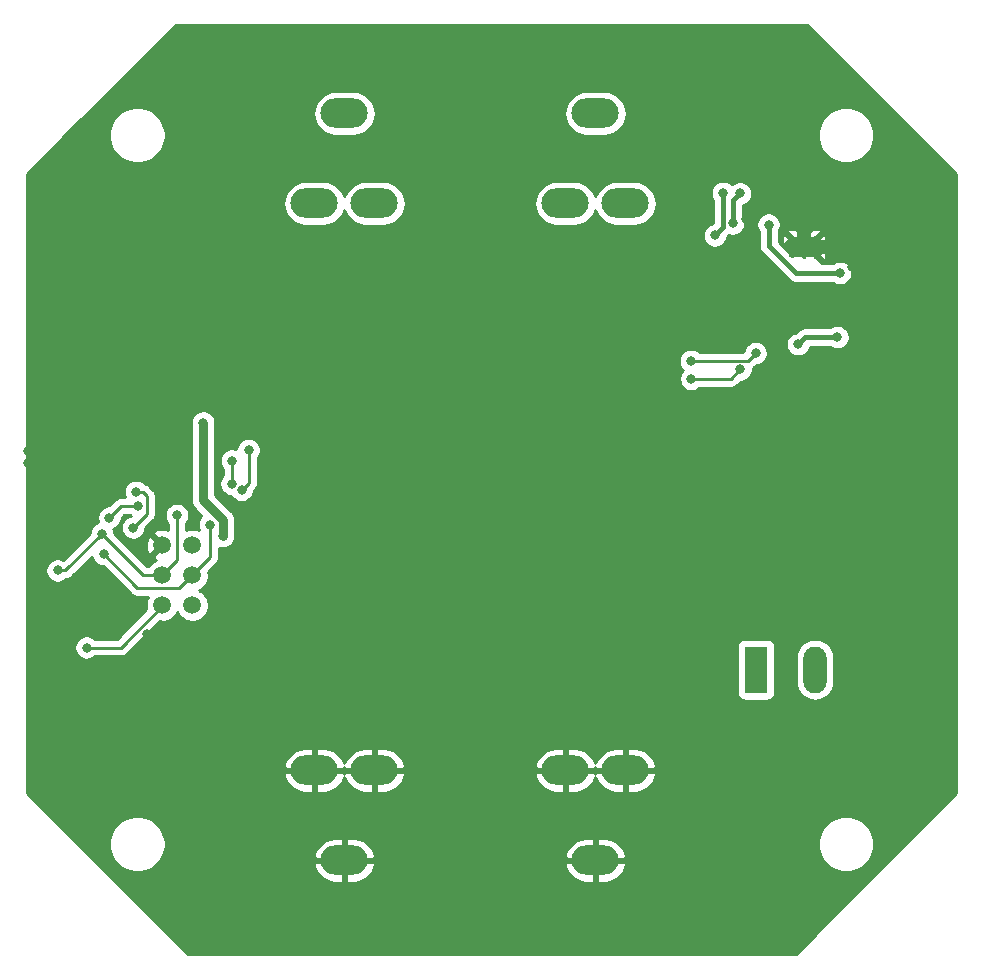
<source format=gbl>
G04 #@! TF.GenerationSoftware,KiCad,Pcbnew,(5.1.5)-3*
G04 #@! TF.CreationDate,2020-09-03T09:53:24+02:00*
G04 #@! TF.ProjectId,chargemod-hw,63686172-6765-46d6-9f64-2d68772e6b69,rev?*
G04 #@! TF.SameCoordinates,Original*
G04 #@! TF.FileFunction,Copper,L2,Bot*
G04 #@! TF.FilePolarity,Positive*
%FSLAX46Y46*%
G04 Gerber Fmt 4.6, Leading zero omitted, Abs format (unit mm)*
G04 Created by KiCad (PCBNEW (5.1.5)-3) date 2020-09-03 09:53:24*
%MOMM*%
%LPD*%
G04 APERTURE LIST*
%ADD10O,4.000000X2.500000*%
%ADD11C,1.508000*%
%ADD12R,2.500000X1.800000*%
%ADD13C,0.500000*%
%ADD14O,1.980000X3.960000*%
%ADD15R,1.980000X3.960000*%
%ADD16C,0.800000*%
%ADD17C,1.200000*%
%ADD18C,0.400000*%
%ADD19C,0.250000*%
%ADD20C,0.800000*%
%ADD21C,0.254000*%
G04 APERTURE END LIST*
D10*
X135775000Y-75480000D03*
X133235000Y-83100000D03*
X138315000Y-83100000D03*
X135775000Y-138720000D03*
X138315000Y-131100000D03*
X133235000Y-131100000D03*
X114525000Y-75480000D03*
X111985000Y-83100000D03*
X117065000Y-83100000D03*
X114525000Y-138720000D03*
X117065000Y-131100000D03*
X111985000Y-131100000D03*
D11*
X99105000Y-112035000D03*
X99105000Y-114575000D03*
X99105000Y-117115000D03*
X101645000Y-112035000D03*
X101645000Y-114575000D03*
X101645000Y-117115000D03*
D12*
X153425000Y-86800000D03*
D13*
X154425000Y-86150000D03*
X154425000Y-87450000D03*
X153425000Y-86150000D03*
X153425000Y-87450000D03*
X152425000Y-86150000D03*
X152425000Y-87450000D03*
D14*
X154375000Y-122575000D03*
D15*
X149375000Y-122575000D03*
D16*
X93875000Y-104000000D03*
X93850000Y-114850000D03*
X164400000Y-92175000D03*
X165600000Y-92200000D03*
X164000000Y-89300000D03*
X162850000Y-89275000D03*
X159850000Y-86825000D03*
X159850000Y-85225000D03*
X157500000Y-88475000D03*
X158800000Y-88400000D03*
X153175000Y-93475000D03*
X153050000Y-92300000D03*
X152525000Y-98900000D03*
X153625000Y-100300000D03*
X153550000Y-104875000D03*
X153575000Y-105900000D03*
X157750000Y-111500000D03*
X157750000Y-112375000D03*
X157775000Y-113175000D03*
X157825000Y-113975000D03*
X158550000Y-115200000D03*
X157600000Y-115250000D03*
X156575000Y-115250000D03*
X156750000Y-114450000D03*
X159120000Y-119530000D03*
X159150000Y-118590000D03*
X149875000Y-88500000D03*
X149275000Y-85625000D03*
X149175000Y-87200000D03*
X149950000Y-89525000D03*
X148725000Y-88550000D03*
X148800000Y-89700000D03*
X148525000Y-84450000D03*
X94475000Y-99250000D03*
X97075000Y-99225000D03*
X94425000Y-98200000D03*
X100750000Y-103250000D03*
X102700000Y-97875000D03*
X101800000Y-97100000D03*
X100900000Y-97125000D03*
X92400000Y-97100000D03*
X91300000Y-97200000D03*
X89625000Y-97025000D03*
X128850000Y-108050000D03*
X126950000Y-108150000D03*
X125050000Y-108050000D03*
X149225000Y-112850000D03*
X149500000Y-114300000D03*
X150575000Y-114650000D03*
X152125000Y-114850000D03*
X152925000Y-113750000D03*
X152925000Y-112750000D03*
X151925000Y-103700000D03*
X154825000Y-105600000D03*
X151275000Y-75150000D03*
X149650000Y-72800000D03*
X147575000Y-70350000D03*
X107575000Y-69975000D03*
X105850000Y-70450000D03*
X104575000Y-72250000D03*
X102400000Y-68950000D03*
X101475000Y-70225000D03*
X101300000Y-71600000D03*
X104700000Y-79050000D03*
X90525000Y-104950000D03*
X89550000Y-104950000D03*
X88600000Y-105000000D03*
X87750000Y-105050000D03*
X90375000Y-104000000D03*
X89550000Y-104025000D03*
X88725000Y-104025000D03*
X87775000Y-104075000D03*
X92300000Y-86400000D03*
X91300000Y-86400000D03*
X89600000Y-87775000D03*
X89450000Y-89675000D03*
X165225000Y-104750000D03*
X163550000Y-104725000D03*
X162350000Y-104800000D03*
X162600000Y-109125000D03*
X164000000Y-109225000D03*
X165500000Y-109225000D03*
X155600000Y-100325000D03*
X155487500Y-102287500D03*
X150100000Y-78500000D03*
X145300000Y-104250000D03*
X143500000Y-100025000D03*
X138850000Y-104675000D03*
X145025000Y-107375000D03*
X139100000Y-107550000D03*
X106525000Y-109125000D03*
X108275000Y-107275000D03*
X107400000Y-108275000D03*
X93725000Y-117050000D03*
X93775000Y-118475000D03*
X93775000Y-119725000D03*
X100675000Y-119875000D03*
X97800000Y-119575000D03*
X92400000Y-81475000D03*
X93450000Y-80675000D03*
X92900000Y-122025000D03*
X96900000Y-91300000D03*
X97375000Y-89900000D03*
X96825000Y-93700000D03*
X97975000Y-94025000D03*
X94125000Y-94400000D03*
X94250000Y-96725000D03*
X92625000Y-94275000D03*
X91675000Y-93225000D03*
X91700000Y-89875000D03*
X152828193Y-97953193D03*
X153490693Y-97290693D03*
X159160000Y-120470000D03*
X160250000Y-125700000D03*
X159210000Y-125110000D03*
X159150000Y-124170000D03*
X159200000Y-123230000D03*
X161650000Y-119050000D03*
X161620000Y-124220000D03*
X104590000Y-96850000D03*
X102980000Y-96310000D03*
X104630000Y-95460000D03*
X156275000Y-94425000D03*
X150450000Y-84900000D03*
X156475000Y-88975000D03*
X152950000Y-95025000D03*
X102575000Y-101650000D03*
X92700000Y-120700000D03*
X104250000Y-111260000D03*
X97091970Y-108732903D03*
X94625000Y-109700000D03*
X96875000Y-107525000D03*
X96650032Y-110547613D03*
X147425000Y-84800000D03*
X148027387Y-82250010D03*
X143900000Y-97950000D03*
X148050000Y-97150000D03*
X100350000Y-109500000D03*
X94000000Y-111075000D03*
X90250000Y-114175000D03*
X103150000Y-110300000D03*
X94150000Y-112800000D03*
X106425000Y-103975000D03*
X143875000Y-96425000D03*
X149350000Y-95775000D03*
X105832838Y-107361843D03*
X146575000Y-82200000D03*
X145899990Y-85800000D03*
X105000000Y-104875000D03*
X104980875Y-106838219D03*
D17*
X153425000Y-84755000D02*
X153425000Y-86800000D01*
X153425000Y-86800000D02*
X156290000Y-86800000D01*
D18*
X152729998Y-88975000D02*
X156475000Y-88975000D01*
X150450000Y-84900000D02*
X150450000Y-86695002D01*
X150450000Y-86695002D02*
X152729998Y-88975000D01*
X153550000Y-94425000D02*
X152950000Y-95025000D01*
X156275000Y-94425000D02*
X153550000Y-94425000D01*
D19*
X99105000Y-117196998D02*
X99105000Y-117115000D01*
X95601998Y-120700000D02*
X99105000Y-117196998D01*
X92700000Y-120700000D02*
X95601998Y-120700000D01*
D20*
X102575000Y-108239315D02*
X104250000Y-109914315D01*
X102575000Y-101650000D02*
X102575000Y-108239315D01*
X104250000Y-109914315D02*
X104250000Y-111260000D01*
D19*
X97091970Y-108732903D02*
X95592097Y-108732903D01*
X95592097Y-108732903D02*
X94625000Y-109700000D01*
X97825000Y-109372645D02*
X96650032Y-110547613D01*
X96875000Y-107525000D02*
X97440685Y-107525000D01*
X97440685Y-107525000D02*
X97825000Y-107909315D01*
X97825000Y-107909315D02*
X97825000Y-109372645D01*
D18*
X147425000Y-82852397D02*
X148027387Y-82250010D01*
X147425000Y-84800000D02*
X147425000Y-82852397D01*
D19*
X147250000Y-97950000D02*
X148050000Y-97150000D01*
X143900000Y-97950000D02*
X147250000Y-97950000D01*
X100350000Y-113330000D02*
X100350000Y-109500000D01*
X99105000Y-114575000D02*
X100350000Y-113330000D01*
X97500000Y-114575000D02*
X99105000Y-114575000D01*
X94000000Y-111075000D02*
X97500000Y-114575000D01*
X90900000Y-114175000D02*
X94000000Y-111075000D01*
X90250000Y-114175000D02*
X90900000Y-114175000D01*
X103150000Y-113070000D02*
X101645000Y-114575000D01*
X103150000Y-110300000D02*
X103150000Y-113070000D01*
X100565999Y-115654001D02*
X101645000Y-114575000D01*
X97004001Y-115654001D02*
X100565999Y-115654001D01*
X94150000Y-112800000D02*
X97004001Y-115654001D01*
X148700000Y-96425000D02*
X143875000Y-96425000D01*
X149350000Y-95775000D02*
X148700000Y-96425000D01*
X106425000Y-103975000D02*
X106425000Y-106769681D01*
X106425000Y-106769681D02*
X105832838Y-107361843D01*
D18*
X146575000Y-82200000D02*
X146575000Y-85124990D01*
X146575000Y-85124990D02*
X145899990Y-85800000D01*
D19*
X105000000Y-104875000D02*
X105000000Y-106819094D01*
X105000000Y-106819094D02*
X104980875Y-106838219D01*
D21*
G36*
X166340000Y-80598381D02*
G01*
X166340001Y-133051618D01*
X152726620Y-146665000D01*
X101273381Y-146665000D01*
X91698479Y-137090098D01*
X94615000Y-137090098D01*
X94615000Y-137559902D01*
X94706654Y-138020679D01*
X94886440Y-138454721D01*
X95147450Y-138845349D01*
X95479651Y-139177550D01*
X95870279Y-139438560D01*
X96304321Y-139618346D01*
X96765098Y-139710000D01*
X97234902Y-139710000D01*
X97695679Y-139618346D01*
X98129721Y-139438560D01*
X98520349Y-139177550D01*
X98558254Y-139139645D01*
X111937305Y-139139645D01*
X111984886Y-139324025D01*
X112137122Y-139661653D01*
X112352301Y-139963094D01*
X112622153Y-140216763D01*
X112936309Y-140412912D01*
X113282695Y-140544004D01*
X113648000Y-140605000D01*
X114398000Y-140605000D01*
X114398000Y-138847000D01*
X114652000Y-138847000D01*
X114652000Y-140605000D01*
X115402000Y-140605000D01*
X115767305Y-140544004D01*
X116113691Y-140412912D01*
X116427847Y-140216763D01*
X116697699Y-139963094D01*
X116912878Y-139661653D01*
X117065114Y-139324025D01*
X117112695Y-139139645D01*
X133187305Y-139139645D01*
X133234886Y-139324025D01*
X133387122Y-139661653D01*
X133602301Y-139963094D01*
X133872153Y-140216763D01*
X134186309Y-140412912D01*
X134532695Y-140544004D01*
X134898000Y-140605000D01*
X135648000Y-140605000D01*
X135648000Y-138847000D01*
X135902000Y-138847000D01*
X135902000Y-140605000D01*
X136652000Y-140605000D01*
X137017305Y-140544004D01*
X137363691Y-140412912D01*
X137677847Y-140216763D01*
X137947699Y-139963094D01*
X138162878Y-139661653D01*
X138315114Y-139324025D01*
X138362695Y-139139645D01*
X138246572Y-138847000D01*
X135902000Y-138847000D01*
X135648000Y-138847000D01*
X133303428Y-138847000D01*
X133187305Y-139139645D01*
X117112695Y-139139645D01*
X116996572Y-138847000D01*
X114652000Y-138847000D01*
X114398000Y-138847000D01*
X112053428Y-138847000D01*
X111937305Y-139139645D01*
X98558254Y-139139645D01*
X98852550Y-138845349D01*
X99113560Y-138454721D01*
X99177500Y-138300355D01*
X111937305Y-138300355D01*
X112053428Y-138593000D01*
X114398000Y-138593000D01*
X114398000Y-136835000D01*
X114652000Y-136835000D01*
X114652000Y-138593000D01*
X116996572Y-138593000D01*
X117112695Y-138300355D01*
X133187305Y-138300355D01*
X133303428Y-138593000D01*
X135648000Y-138593000D01*
X135648000Y-136835000D01*
X135902000Y-136835000D01*
X135902000Y-138593000D01*
X138246572Y-138593000D01*
X138362695Y-138300355D01*
X138315114Y-138115975D01*
X138162878Y-137778347D01*
X137947699Y-137476906D01*
X137677847Y-137223237D01*
X137464610Y-137090098D01*
X154615000Y-137090098D01*
X154615000Y-137559902D01*
X154706654Y-138020679D01*
X154886440Y-138454721D01*
X155147450Y-138845349D01*
X155479651Y-139177550D01*
X155870279Y-139438560D01*
X156304321Y-139618346D01*
X156765098Y-139710000D01*
X157234902Y-139710000D01*
X157695679Y-139618346D01*
X158129721Y-139438560D01*
X158520349Y-139177550D01*
X158852550Y-138845349D01*
X159113560Y-138454721D01*
X159293346Y-138020679D01*
X159385000Y-137559902D01*
X159385000Y-137090098D01*
X159293346Y-136629321D01*
X159113560Y-136195279D01*
X158852550Y-135804651D01*
X158520349Y-135472450D01*
X158129721Y-135211440D01*
X157695679Y-135031654D01*
X157234902Y-134940000D01*
X156765098Y-134940000D01*
X156304321Y-135031654D01*
X155870279Y-135211440D01*
X155479651Y-135472450D01*
X155147450Y-135804651D01*
X154886440Y-136195279D01*
X154706654Y-136629321D01*
X154615000Y-137090098D01*
X137464610Y-137090098D01*
X137363691Y-137027088D01*
X137017305Y-136895996D01*
X136652000Y-136835000D01*
X135902000Y-136835000D01*
X135648000Y-136835000D01*
X134898000Y-136835000D01*
X134532695Y-136895996D01*
X134186309Y-137027088D01*
X133872153Y-137223237D01*
X133602301Y-137476906D01*
X133387122Y-137778347D01*
X133234886Y-138115975D01*
X133187305Y-138300355D01*
X117112695Y-138300355D01*
X117065114Y-138115975D01*
X116912878Y-137778347D01*
X116697699Y-137476906D01*
X116427847Y-137223237D01*
X116113691Y-137027088D01*
X115767305Y-136895996D01*
X115402000Y-136835000D01*
X114652000Y-136835000D01*
X114398000Y-136835000D01*
X113648000Y-136835000D01*
X113282695Y-136895996D01*
X112936309Y-137027088D01*
X112622153Y-137223237D01*
X112352301Y-137476906D01*
X112137122Y-137778347D01*
X111984886Y-138115975D01*
X111937305Y-138300355D01*
X99177500Y-138300355D01*
X99293346Y-138020679D01*
X99385000Y-137559902D01*
X99385000Y-137090098D01*
X99293346Y-136629321D01*
X99113560Y-136195279D01*
X98852550Y-135804651D01*
X98520349Y-135472450D01*
X98129721Y-135211440D01*
X97695679Y-135031654D01*
X97234902Y-134940000D01*
X96765098Y-134940000D01*
X96304321Y-135031654D01*
X95870279Y-135211440D01*
X95479651Y-135472450D01*
X95147450Y-135804651D01*
X94886440Y-136195279D01*
X94706654Y-136629321D01*
X94615000Y-137090098D01*
X91698479Y-137090098D01*
X87660000Y-133051620D01*
X87660000Y-131519645D01*
X109397305Y-131519645D01*
X109444886Y-131704025D01*
X109597122Y-132041653D01*
X109812301Y-132343094D01*
X110082153Y-132596763D01*
X110396309Y-132792912D01*
X110742695Y-132924004D01*
X111108000Y-132985000D01*
X111858000Y-132985000D01*
X111858000Y-131227000D01*
X112112000Y-131227000D01*
X112112000Y-132985000D01*
X112862000Y-132985000D01*
X113227305Y-132924004D01*
X113573691Y-132792912D01*
X113887847Y-132596763D01*
X114157699Y-132343094D01*
X114372878Y-132041653D01*
X114525000Y-131704278D01*
X114677122Y-132041653D01*
X114892301Y-132343094D01*
X115162153Y-132596763D01*
X115476309Y-132792912D01*
X115822695Y-132924004D01*
X116188000Y-132985000D01*
X116938000Y-132985000D01*
X116938000Y-131227000D01*
X117192000Y-131227000D01*
X117192000Y-132985000D01*
X117942000Y-132985000D01*
X118307305Y-132924004D01*
X118653691Y-132792912D01*
X118967847Y-132596763D01*
X119237699Y-132343094D01*
X119452878Y-132041653D01*
X119605114Y-131704025D01*
X119652695Y-131519645D01*
X130647305Y-131519645D01*
X130694886Y-131704025D01*
X130847122Y-132041653D01*
X131062301Y-132343094D01*
X131332153Y-132596763D01*
X131646309Y-132792912D01*
X131992695Y-132924004D01*
X132358000Y-132985000D01*
X133108000Y-132985000D01*
X133108000Y-131227000D01*
X133362000Y-131227000D01*
X133362000Y-132985000D01*
X134112000Y-132985000D01*
X134477305Y-132924004D01*
X134823691Y-132792912D01*
X135137847Y-132596763D01*
X135407699Y-132343094D01*
X135622878Y-132041653D01*
X135775000Y-131704278D01*
X135927122Y-132041653D01*
X136142301Y-132343094D01*
X136412153Y-132596763D01*
X136726309Y-132792912D01*
X137072695Y-132924004D01*
X137438000Y-132985000D01*
X138188000Y-132985000D01*
X138188000Y-131227000D01*
X138442000Y-131227000D01*
X138442000Y-132985000D01*
X139192000Y-132985000D01*
X139557305Y-132924004D01*
X139903691Y-132792912D01*
X140217847Y-132596763D01*
X140487699Y-132343094D01*
X140702878Y-132041653D01*
X140855114Y-131704025D01*
X140902695Y-131519645D01*
X140786572Y-131227000D01*
X138442000Y-131227000D01*
X138188000Y-131227000D01*
X135843428Y-131227000D01*
X135775000Y-131399447D01*
X135706572Y-131227000D01*
X133362000Y-131227000D01*
X133108000Y-131227000D01*
X130763428Y-131227000D01*
X130647305Y-131519645D01*
X119652695Y-131519645D01*
X119536572Y-131227000D01*
X117192000Y-131227000D01*
X116938000Y-131227000D01*
X114593428Y-131227000D01*
X114525000Y-131399447D01*
X114456572Y-131227000D01*
X112112000Y-131227000D01*
X111858000Y-131227000D01*
X109513428Y-131227000D01*
X109397305Y-131519645D01*
X87660000Y-131519645D01*
X87660000Y-130680355D01*
X109397305Y-130680355D01*
X109513428Y-130973000D01*
X111858000Y-130973000D01*
X111858000Y-129215000D01*
X112112000Y-129215000D01*
X112112000Y-130973000D01*
X114456572Y-130973000D01*
X114525000Y-130800553D01*
X114593428Y-130973000D01*
X116938000Y-130973000D01*
X116938000Y-129215000D01*
X117192000Y-129215000D01*
X117192000Y-130973000D01*
X119536572Y-130973000D01*
X119652695Y-130680355D01*
X130647305Y-130680355D01*
X130763428Y-130973000D01*
X133108000Y-130973000D01*
X133108000Y-129215000D01*
X133362000Y-129215000D01*
X133362000Y-130973000D01*
X135706572Y-130973000D01*
X135775000Y-130800553D01*
X135843428Y-130973000D01*
X138188000Y-130973000D01*
X138188000Y-129215000D01*
X138442000Y-129215000D01*
X138442000Y-130973000D01*
X140786572Y-130973000D01*
X140902695Y-130680355D01*
X140855114Y-130495975D01*
X140702878Y-130158347D01*
X140487699Y-129856906D01*
X140217847Y-129603237D01*
X139903691Y-129407088D01*
X139557305Y-129275996D01*
X139192000Y-129215000D01*
X138442000Y-129215000D01*
X138188000Y-129215000D01*
X137438000Y-129215000D01*
X137072695Y-129275996D01*
X136726309Y-129407088D01*
X136412153Y-129603237D01*
X136142301Y-129856906D01*
X135927122Y-130158347D01*
X135775000Y-130495722D01*
X135622878Y-130158347D01*
X135407699Y-129856906D01*
X135137847Y-129603237D01*
X134823691Y-129407088D01*
X134477305Y-129275996D01*
X134112000Y-129215000D01*
X133362000Y-129215000D01*
X133108000Y-129215000D01*
X132358000Y-129215000D01*
X131992695Y-129275996D01*
X131646309Y-129407088D01*
X131332153Y-129603237D01*
X131062301Y-129856906D01*
X130847122Y-130158347D01*
X130694886Y-130495975D01*
X130647305Y-130680355D01*
X119652695Y-130680355D01*
X119605114Y-130495975D01*
X119452878Y-130158347D01*
X119237699Y-129856906D01*
X118967847Y-129603237D01*
X118653691Y-129407088D01*
X118307305Y-129275996D01*
X117942000Y-129215000D01*
X117192000Y-129215000D01*
X116938000Y-129215000D01*
X116188000Y-129215000D01*
X115822695Y-129275996D01*
X115476309Y-129407088D01*
X115162153Y-129603237D01*
X114892301Y-129856906D01*
X114677122Y-130158347D01*
X114525000Y-130495722D01*
X114372878Y-130158347D01*
X114157699Y-129856906D01*
X113887847Y-129603237D01*
X113573691Y-129407088D01*
X113227305Y-129275996D01*
X112862000Y-129215000D01*
X112112000Y-129215000D01*
X111858000Y-129215000D01*
X111108000Y-129215000D01*
X110742695Y-129275996D01*
X110396309Y-129407088D01*
X110082153Y-129603237D01*
X109812301Y-129856906D01*
X109597122Y-130158347D01*
X109444886Y-130495975D01*
X109397305Y-130680355D01*
X87660000Y-130680355D01*
X87660000Y-114073061D01*
X89215000Y-114073061D01*
X89215000Y-114276939D01*
X89254774Y-114476898D01*
X89332795Y-114665256D01*
X89446063Y-114834774D01*
X89590226Y-114978937D01*
X89759744Y-115092205D01*
X89948102Y-115170226D01*
X90148061Y-115210000D01*
X90351939Y-115210000D01*
X90551898Y-115170226D01*
X90740256Y-115092205D01*
X90909774Y-114978937D01*
X90955500Y-114933211D01*
X91048986Y-114924003D01*
X91192247Y-114880546D01*
X91324276Y-114809974D01*
X91440001Y-114715001D01*
X91463804Y-114685997D01*
X93137043Y-113012758D01*
X93154774Y-113101898D01*
X93232795Y-113290256D01*
X93346063Y-113459774D01*
X93490226Y-113603937D01*
X93659744Y-113717205D01*
X93848102Y-113795226D01*
X94048061Y-113835000D01*
X94110199Y-113835000D01*
X96440202Y-116165004D01*
X96464000Y-116194002D01*
X96492998Y-116217800D01*
X96579724Y-116288975D01*
X96696368Y-116351323D01*
X96711754Y-116359547D01*
X96855015Y-116403004D01*
X96966668Y-116414001D01*
X96966678Y-116414001D01*
X97004001Y-116417677D01*
X97041324Y-116414001D01*
X97902856Y-116414001D01*
X97874084Y-116457062D01*
X97769378Y-116709844D01*
X97716000Y-116978195D01*
X97716000Y-117251805D01*
X97759036Y-117468161D01*
X95287197Y-119940000D01*
X93403711Y-119940000D01*
X93359774Y-119896063D01*
X93190256Y-119782795D01*
X93001898Y-119704774D01*
X92801939Y-119665000D01*
X92598061Y-119665000D01*
X92398102Y-119704774D01*
X92209744Y-119782795D01*
X92040226Y-119896063D01*
X91896063Y-120040226D01*
X91782795Y-120209744D01*
X91704774Y-120398102D01*
X91665000Y-120598061D01*
X91665000Y-120801939D01*
X91704774Y-121001898D01*
X91782795Y-121190256D01*
X91896063Y-121359774D01*
X92040226Y-121503937D01*
X92209744Y-121617205D01*
X92398102Y-121695226D01*
X92598061Y-121735000D01*
X92801939Y-121735000D01*
X93001898Y-121695226D01*
X93190256Y-121617205D01*
X93359774Y-121503937D01*
X93403711Y-121460000D01*
X95564676Y-121460000D01*
X95601998Y-121463676D01*
X95639320Y-121460000D01*
X95639331Y-121460000D01*
X95750984Y-121449003D01*
X95894245Y-121405546D01*
X96026274Y-121334974D01*
X96141999Y-121240001D01*
X96165802Y-121210997D01*
X96781799Y-120595000D01*
X147746928Y-120595000D01*
X147746928Y-124555000D01*
X147759188Y-124679482D01*
X147795498Y-124799180D01*
X147854463Y-124909494D01*
X147933815Y-125006185D01*
X148030506Y-125085537D01*
X148140820Y-125144502D01*
X148260518Y-125180812D01*
X148385000Y-125193072D01*
X150365000Y-125193072D01*
X150489482Y-125180812D01*
X150609180Y-125144502D01*
X150719494Y-125085537D01*
X150816185Y-125006185D01*
X150895537Y-124909494D01*
X150954502Y-124799180D01*
X150990812Y-124679482D01*
X151003072Y-124555000D01*
X151003072Y-121505177D01*
X152750000Y-121505177D01*
X152750001Y-123644824D01*
X152773514Y-123883556D01*
X152866433Y-124189869D01*
X153017326Y-124472170D01*
X153220393Y-124719608D01*
X153467831Y-124922675D01*
X153750132Y-125073568D01*
X154056445Y-125166487D01*
X154375000Y-125197862D01*
X154693556Y-125166487D01*
X154999869Y-125073568D01*
X155282170Y-124922675D01*
X155529608Y-124719608D01*
X155732675Y-124472170D01*
X155883568Y-124189869D01*
X155976487Y-123883556D01*
X156000000Y-123644824D01*
X156000000Y-121505176D01*
X155976487Y-121266444D01*
X155883568Y-120960131D01*
X155732675Y-120677830D01*
X155529608Y-120430392D01*
X155282169Y-120227325D01*
X154999868Y-120076432D01*
X154693555Y-119983513D01*
X154375000Y-119952138D01*
X154056444Y-119983513D01*
X153750131Y-120076432D01*
X153467830Y-120227325D01*
X153220392Y-120430392D01*
X153017325Y-120677831D01*
X152866432Y-120960132D01*
X152773513Y-121266445D01*
X152750000Y-121505177D01*
X151003072Y-121505177D01*
X151003072Y-120595000D01*
X150990812Y-120470518D01*
X150954502Y-120350820D01*
X150895537Y-120240506D01*
X150816185Y-120143815D01*
X150719494Y-120064463D01*
X150609180Y-120005498D01*
X150489482Y-119969188D01*
X150365000Y-119956928D01*
X148385000Y-119956928D01*
X148260518Y-119969188D01*
X148140820Y-120005498D01*
X148030506Y-120064463D01*
X147933815Y-120143815D01*
X147854463Y-120240506D01*
X147795498Y-120350820D01*
X147759188Y-120470518D01*
X147746928Y-120595000D01*
X96781799Y-120595000D01*
X98888627Y-118488173D01*
X98968195Y-118504000D01*
X99241805Y-118504000D01*
X99510156Y-118450622D01*
X99762938Y-118345916D01*
X99990436Y-118193907D01*
X100183907Y-118000436D01*
X100335916Y-117772938D01*
X100375000Y-117678581D01*
X100414084Y-117772938D01*
X100566093Y-118000436D01*
X100759564Y-118193907D01*
X100987062Y-118345916D01*
X101239844Y-118450622D01*
X101508195Y-118504000D01*
X101781805Y-118504000D01*
X102050156Y-118450622D01*
X102302938Y-118345916D01*
X102530436Y-118193907D01*
X102723907Y-118000436D01*
X102875916Y-117772938D01*
X102980622Y-117520156D01*
X103034000Y-117251805D01*
X103034000Y-116978195D01*
X102980622Y-116709844D01*
X102875916Y-116457062D01*
X102723907Y-116229564D01*
X102530436Y-116036093D01*
X102302938Y-115884084D01*
X102208581Y-115845000D01*
X102302938Y-115805916D01*
X102530436Y-115653907D01*
X102723907Y-115460436D01*
X102875916Y-115232938D01*
X102980622Y-114980156D01*
X103034000Y-114711805D01*
X103034000Y-114438195D01*
X103004569Y-114290233D01*
X103661008Y-113633795D01*
X103690001Y-113610001D01*
X103713795Y-113581008D01*
X103713799Y-113581004D01*
X103784973Y-113494277D01*
X103784974Y-113494276D01*
X103855546Y-113362247D01*
X103899003Y-113218986D01*
X103910000Y-113107333D01*
X103910000Y-113107324D01*
X103913676Y-113070001D01*
X103910000Y-113032678D01*
X103910000Y-112239444D01*
X103948102Y-112255226D01*
X103998226Y-112265196D01*
X104047106Y-112280024D01*
X104097942Y-112285031D01*
X104148061Y-112295000D01*
X104199162Y-112295000D01*
X104250000Y-112300007D01*
X104300838Y-112295000D01*
X104351939Y-112295000D01*
X104402057Y-112285031D01*
X104452895Y-112280024D01*
X104501777Y-112265196D01*
X104551898Y-112255226D01*
X104599113Y-112235669D01*
X104647993Y-112220841D01*
X104693042Y-112196762D01*
X104740256Y-112177205D01*
X104782746Y-112148814D01*
X104827797Y-112124734D01*
X104867284Y-112092328D01*
X104909774Y-112063937D01*
X104945908Y-112027803D01*
X104985396Y-111995396D01*
X105017803Y-111955908D01*
X105053937Y-111919774D01*
X105082328Y-111877284D01*
X105114734Y-111837797D01*
X105138814Y-111792746D01*
X105167205Y-111750256D01*
X105186762Y-111703042D01*
X105210841Y-111657993D01*
X105225669Y-111609113D01*
X105245226Y-111561898D01*
X105255196Y-111511777D01*
X105270024Y-111462895D01*
X105275031Y-111412057D01*
X105285000Y-111361939D01*
X105285000Y-109965150D01*
X105290007Y-109914315D01*
X105285000Y-109863477D01*
X105270024Y-109711420D01*
X105210841Y-109516322D01*
X105147651Y-109398102D01*
X105114734Y-109336517D01*
X105017803Y-109218407D01*
X104985396Y-109178919D01*
X104945908Y-109146512D01*
X103610000Y-107810605D01*
X103610000Y-106736280D01*
X103945875Y-106736280D01*
X103945875Y-106940158D01*
X103985649Y-107140117D01*
X104063670Y-107328475D01*
X104176938Y-107497993D01*
X104321101Y-107642156D01*
X104490619Y-107755424D01*
X104678977Y-107833445D01*
X104878936Y-107873219D01*
X104929745Y-107873219D01*
X105028901Y-108021617D01*
X105173064Y-108165780D01*
X105342582Y-108279048D01*
X105530940Y-108357069D01*
X105730899Y-108396843D01*
X105934777Y-108396843D01*
X106134736Y-108357069D01*
X106323094Y-108279048D01*
X106492612Y-108165780D01*
X106636775Y-108021617D01*
X106750043Y-107852099D01*
X106828064Y-107663741D01*
X106867838Y-107463782D01*
X106867838Y-107401645D01*
X106936002Y-107333481D01*
X106965001Y-107309682D01*
X107059974Y-107193957D01*
X107130546Y-107061928D01*
X107174003Y-106918667D01*
X107185000Y-106807014D01*
X107188677Y-106769681D01*
X107185000Y-106732348D01*
X107185000Y-104678711D01*
X107228937Y-104634774D01*
X107342205Y-104465256D01*
X107420226Y-104276898D01*
X107460000Y-104076939D01*
X107460000Y-103873061D01*
X107420226Y-103673102D01*
X107342205Y-103484744D01*
X107228937Y-103315226D01*
X107084774Y-103171063D01*
X106915256Y-103057795D01*
X106726898Y-102979774D01*
X106526939Y-102940000D01*
X106323061Y-102940000D01*
X106123102Y-102979774D01*
X105934744Y-103057795D01*
X105765226Y-103171063D01*
X105621063Y-103315226D01*
X105507795Y-103484744D01*
X105429774Y-103673102D01*
X105390000Y-103873061D01*
X105390000Y-103916267D01*
X105301898Y-103879774D01*
X105101939Y-103840000D01*
X104898061Y-103840000D01*
X104698102Y-103879774D01*
X104509744Y-103957795D01*
X104340226Y-104071063D01*
X104196063Y-104215226D01*
X104082795Y-104384744D01*
X104004774Y-104573102D01*
X103965000Y-104773061D01*
X103965000Y-104976939D01*
X104004774Y-105176898D01*
X104082795Y-105365256D01*
X104196063Y-105534774D01*
X104240000Y-105578711D01*
X104240001Y-106115382D01*
X104176938Y-106178445D01*
X104063670Y-106347963D01*
X103985649Y-106536321D01*
X103945875Y-106736280D01*
X103610000Y-106736280D01*
X103610000Y-101548061D01*
X103600031Y-101497943D01*
X103595024Y-101447105D01*
X103580196Y-101398223D01*
X103570226Y-101348102D01*
X103550669Y-101300887D01*
X103535841Y-101252007D01*
X103511762Y-101206958D01*
X103492205Y-101159744D01*
X103463814Y-101117254D01*
X103439734Y-101072203D01*
X103407328Y-101032716D01*
X103378937Y-100990226D01*
X103342803Y-100954092D01*
X103310396Y-100914604D01*
X103270908Y-100882197D01*
X103234774Y-100846063D01*
X103192284Y-100817672D01*
X103152797Y-100785266D01*
X103107747Y-100761186D01*
X103065256Y-100732795D01*
X103018039Y-100713237D01*
X102972992Y-100689159D01*
X102924116Y-100674332D01*
X102876898Y-100654774D01*
X102826774Y-100644804D01*
X102777894Y-100629976D01*
X102727058Y-100624969D01*
X102676939Y-100615000D01*
X102625838Y-100615000D01*
X102575000Y-100609993D01*
X102524162Y-100615000D01*
X102473061Y-100615000D01*
X102422943Y-100624969D01*
X102372105Y-100629976D01*
X102323223Y-100644804D01*
X102273102Y-100654774D01*
X102225887Y-100674331D01*
X102177007Y-100689159D01*
X102131958Y-100713238D01*
X102084744Y-100732795D01*
X102042254Y-100761186D01*
X101997203Y-100785266D01*
X101957716Y-100817672D01*
X101915226Y-100846063D01*
X101879092Y-100882197D01*
X101839604Y-100914604D01*
X101807197Y-100954092D01*
X101771063Y-100990226D01*
X101742672Y-101032716D01*
X101710266Y-101072203D01*
X101686186Y-101117253D01*
X101657795Y-101159744D01*
X101638237Y-101206961D01*
X101614159Y-101252008D01*
X101599332Y-101300884D01*
X101579774Y-101348102D01*
X101569804Y-101398226D01*
X101554976Y-101447106D01*
X101549969Y-101497942D01*
X101540000Y-101548061D01*
X101540000Y-101599163D01*
X101540001Y-108188477D01*
X101534994Y-108239315D01*
X101554977Y-108442210D01*
X101614160Y-108637308D01*
X101710266Y-108817112D01*
X101773606Y-108894291D01*
X101839605Y-108974711D01*
X101879092Y-109007117D01*
X102429132Y-109557157D01*
X102346063Y-109640226D01*
X102232795Y-109809744D01*
X102154774Y-109998102D01*
X102115000Y-110198061D01*
X102115000Y-110401939D01*
X102154774Y-110601898D01*
X102225182Y-110771876D01*
X102050156Y-110699378D01*
X101781805Y-110646000D01*
X101508195Y-110646000D01*
X101239844Y-110699378D01*
X101110000Y-110753161D01*
X101110000Y-110203711D01*
X101153937Y-110159774D01*
X101267205Y-109990256D01*
X101345226Y-109801898D01*
X101385000Y-109601939D01*
X101385000Y-109398061D01*
X101345226Y-109198102D01*
X101267205Y-109009744D01*
X101153937Y-108840226D01*
X101009774Y-108696063D01*
X100840256Y-108582795D01*
X100651898Y-108504774D01*
X100451939Y-108465000D01*
X100248061Y-108465000D01*
X100048102Y-108504774D01*
X99859744Y-108582795D01*
X99690226Y-108696063D01*
X99546063Y-108840226D01*
X99432795Y-109009744D01*
X99354774Y-109198102D01*
X99315000Y-109398061D01*
X99315000Y-109601939D01*
X99354774Y-109801898D01*
X99432795Y-109990256D01*
X99546063Y-110159774D01*
X99590001Y-110203712D01*
X99590001Y-110728227D01*
X99571574Y-110719574D01*
X99305982Y-110653826D01*
X99032666Y-110641155D01*
X98762130Y-110682049D01*
X98504771Y-110774937D01*
X98390765Y-110835873D01*
X98324754Y-111075149D01*
X99105000Y-111855395D01*
X99119143Y-111841253D01*
X99298748Y-112020858D01*
X99284605Y-112035000D01*
X99298748Y-112049143D01*
X99119143Y-112228748D01*
X99105000Y-112214605D01*
X98324754Y-112994851D01*
X98390765Y-113234127D01*
X98541563Y-113304940D01*
X98447062Y-113344084D01*
X98219564Y-113496093D01*
X98026093Y-113689564D01*
X97942280Y-113815000D01*
X97814803Y-113815000D01*
X96107136Y-112107334D01*
X97711155Y-112107334D01*
X97752049Y-112377870D01*
X97844937Y-112635229D01*
X97905873Y-112749235D01*
X98145149Y-112815246D01*
X98925395Y-112035000D01*
X98145149Y-111254754D01*
X97905873Y-111320765D01*
X97789574Y-111568426D01*
X97723826Y-111834018D01*
X97711155Y-112107334D01*
X96107136Y-112107334D01*
X95035000Y-111035199D01*
X95035000Y-110973061D01*
X94995226Y-110773102D01*
X94957686Y-110682473D01*
X95115256Y-110617205D01*
X95284774Y-110503937D01*
X95428937Y-110359774D01*
X95542205Y-110190256D01*
X95620226Y-110001898D01*
X95660000Y-109801939D01*
X95660000Y-109739802D01*
X95906899Y-109492903D01*
X96388259Y-109492903D01*
X96431217Y-109535861D01*
X96348134Y-109552387D01*
X96159776Y-109630408D01*
X95990258Y-109743676D01*
X95846095Y-109887839D01*
X95732827Y-110057357D01*
X95654806Y-110245715D01*
X95615032Y-110445674D01*
X95615032Y-110649552D01*
X95654806Y-110849511D01*
X95732827Y-111037869D01*
X95846095Y-111207387D01*
X95990258Y-111351550D01*
X96159776Y-111464818D01*
X96348134Y-111542839D01*
X96548093Y-111582613D01*
X96751971Y-111582613D01*
X96951930Y-111542839D01*
X97140288Y-111464818D01*
X97309806Y-111351550D01*
X97453969Y-111207387D01*
X97567237Y-111037869D01*
X97645258Y-110849511D01*
X97685032Y-110649552D01*
X97685032Y-110587414D01*
X98336003Y-109936444D01*
X98365001Y-109912646D01*
X98459974Y-109796921D01*
X98530546Y-109664892D01*
X98574003Y-109521631D01*
X98585000Y-109409978D01*
X98585000Y-109409970D01*
X98588676Y-109372645D01*
X98585000Y-109335320D01*
X98585000Y-107946637D01*
X98588676Y-107909314D01*
X98585000Y-107871991D01*
X98585000Y-107871982D01*
X98574003Y-107760329D01*
X98530546Y-107617068D01*
X98459974Y-107485039D01*
X98365001Y-107369314D01*
X98336003Y-107345516D01*
X98004488Y-107014002D01*
X97980686Y-106984999D01*
X97864961Y-106890026D01*
X97732932Y-106819454D01*
X97589724Y-106776013D01*
X97534774Y-106721063D01*
X97365256Y-106607795D01*
X97176898Y-106529774D01*
X96976939Y-106490000D01*
X96773061Y-106490000D01*
X96573102Y-106529774D01*
X96384744Y-106607795D01*
X96215226Y-106721063D01*
X96071063Y-106865226D01*
X95957795Y-107034744D01*
X95879774Y-107223102D01*
X95840000Y-107423061D01*
X95840000Y-107626939D01*
X95879774Y-107826898D01*
X95940252Y-107972903D01*
X95629422Y-107972903D01*
X95592097Y-107969227D01*
X95554772Y-107972903D01*
X95554764Y-107972903D01*
X95443111Y-107983900D01*
X95299850Y-108027357D01*
X95167821Y-108097929D01*
X95052096Y-108192902D01*
X95028298Y-108221900D01*
X94585198Y-108665000D01*
X94523061Y-108665000D01*
X94323102Y-108704774D01*
X94134744Y-108782795D01*
X93965226Y-108896063D01*
X93821063Y-109040226D01*
X93707795Y-109209744D01*
X93629774Y-109398102D01*
X93590000Y-109598061D01*
X93590000Y-109801939D01*
X93629774Y-110001898D01*
X93667314Y-110092527D01*
X93509744Y-110157795D01*
X93340226Y-110271063D01*
X93196063Y-110415226D01*
X93082795Y-110584744D01*
X93004774Y-110773102D01*
X92965000Y-110973061D01*
X92965000Y-111035198D01*
X90741544Y-113258655D01*
X90740256Y-113257795D01*
X90551898Y-113179774D01*
X90351939Y-113140000D01*
X90148061Y-113140000D01*
X89948102Y-113179774D01*
X89759744Y-113257795D01*
X89590226Y-113371063D01*
X89446063Y-113515226D01*
X89332795Y-113684744D01*
X89254774Y-113873102D01*
X89215000Y-114073061D01*
X87660000Y-114073061D01*
X87660000Y-96323061D01*
X142840000Y-96323061D01*
X142840000Y-96526939D01*
X142879774Y-96726898D01*
X142957795Y-96915256D01*
X143071063Y-97084774D01*
X143186289Y-97200000D01*
X143096063Y-97290226D01*
X142982795Y-97459744D01*
X142904774Y-97648102D01*
X142865000Y-97848061D01*
X142865000Y-98051939D01*
X142904774Y-98251898D01*
X142982795Y-98440256D01*
X143096063Y-98609774D01*
X143240226Y-98753937D01*
X143409744Y-98867205D01*
X143598102Y-98945226D01*
X143798061Y-98985000D01*
X144001939Y-98985000D01*
X144201898Y-98945226D01*
X144390256Y-98867205D01*
X144559774Y-98753937D01*
X144603711Y-98710000D01*
X147212678Y-98710000D01*
X147250000Y-98713676D01*
X147287322Y-98710000D01*
X147287333Y-98710000D01*
X147398986Y-98699003D01*
X147542247Y-98655546D01*
X147674276Y-98584974D01*
X147790001Y-98490001D01*
X147813803Y-98460998D01*
X148089801Y-98185000D01*
X148151939Y-98185000D01*
X148351898Y-98145226D01*
X148540256Y-98067205D01*
X148709774Y-97953937D01*
X148853937Y-97809774D01*
X148967205Y-97640256D01*
X149045226Y-97451898D01*
X149085000Y-97251939D01*
X149085000Y-97080968D01*
X149124276Y-97059974D01*
X149240001Y-96965001D01*
X149263803Y-96935998D01*
X149389801Y-96810000D01*
X149451939Y-96810000D01*
X149651898Y-96770226D01*
X149840256Y-96692205D01*
X150009774Y-96578937D01*
X150153937Y-96434774D01*
X150267205Y-96265256D01*
X150345226Y-96076898D01*
X150385000Y-95876939D01*
X150385000Y-95673061D01*
X150345226Y-95473102D01*
X150267205Y-95284744D01*
X150153937Y-95115226D01*
X150009774Y-94971063D01*
X149937934Y-94923061D01*
X151915000Y-94923061D01*
X151915000Y-95126939D01*
X151954774Y-95326898D01*
X152032795Y-95515256D01*
X152146063Y-95684774D01*
X152290226Y-95828937D01*
X152459744Y-95942205D01*
X152648102Y-96020226D01*
X152848061Y-96060000D01*
X153051939Y-96060000D01*
X153251898Y-96020226D01*
X153440256Y-95942205D01*
X153609774Y-95828937D01*
X153753937Y-95684774D01*
X153867205Y-95515256D01*
X153945226Y-95326898D01*
X153958533Y-95260000D01*
X155661715Y-95260000D01*
X155784744Y-95342205D01*
X155973102Y-95420226D01*
X156173061Y-95460000D01*
X156376939Y-95460000D01*
X156576898Y-95420226D01*
X156765256Y-95342205D01*
X156934774Y-95228937D01*
X157078937Y-95084774D01*
X157192205Y-94915256D01*
X157270226Y-94726898D01*
X157310000Y-94526939D01*
X157310000Y-94323061D01*
X157270226Y-94123102D01*
X157192205Y-93934744D01*
X157078937Y-93765226D01*
X156934774Y-93621063D01*
X156765256Y-93507795D01*
X156576898Y-93429774D01*
X156376939Y-93390000D01*
X156173061Y-93390000D01*
X155973102Y-93429774D01*
X155784744Y-93507795D01*
X155661715Y-93590000D01*
X153591018Y-93590000D01*
X153549999Y-93585960D01*
X153508981Y-93590000D01*
X153386311Y-93602082D01*
X153228913Y-93649828D01*
X153083854Y-93727364D01*
X152956709Y-93831709D01*
X152930558Y-93863574D01*
X152793225Y-94000908D01*
X152648102Y-94029774D01*
X152459744Y-94107795D01*
X152290226Y-94221063D01*
X152146063Y-94365226D01*
X152032795Y-94534744D01*
X151954774Y-94723102D01*
X151915000Y-94923061D01*
X149937934Y-94923061D01*
X149840256Y-94857795D01*
X149651898Y-94779774D01*
X149451939Y-94740000D01*
X149248061Y-94740000D01*
X149048102Y-94779774D01*
X148859744Y-94857795D01*
X148690226Y-94971063D01*
X148546063Y-95115226D01*
X148432795Y-95284744D01*
X148354774Y-95473102D01*
X148316603Y-95665000D01*
X144578711Y-95665000D01*
X144534774Y-95621063D01*
X144365256Y-95507795D01*
X144176898Y-95429774D01*
X143976939Y-95390000D01*
X143773061Y-95390000D01*
X143573102Y-95429774D01*
X143384744Y-95507795D01*
X143215226Y-95621063D01*
X143071063Y-95765226D01*
X142957795Y-95934744D01*
X142879774Y-96123102D01*
X142840000Y-96323061D01*
X87660000Y-96323061D01*
X87660000Y-85698061D01*
X144864990Y-85698061D01*
X144864990Y-85901939D01*
X144904764Y-86101898D01*
X144982785Y-86290256D01*
X145096053Y-86459774D01*
X145240216Y-86603937D01*
X145409734Y-86717205D01*
X145598092Y-86795226D01*
X145798051Y-86835000D01*
X146001929Y-86835000D01*
X146201888Y-86795226D01*
X146390246Y-86717205D01*
X146559764Y-86603937D01*
X146703927Y-86459774D01*
X146817195Y-86290256D01*
X146895216Y-86101898D01*
X146924083Y-85956775D01*
X147096607Y-85784251D01*
X147123102Y-85795226D01*
X147323061Y-85835000D01*
X147526939Y-85835000D01*
X147726898Y-85795226D01*
X147915256Y-85717205D01*
X148084774Y-85603937D01*
X148228937Y-85459774D01*
X148342205Y-85290256D01*
X148420226Y-85101898D01*
X148460000Y-84901939D01*
X148460000Y-84798061D01*
X149415000Y-84798061D01*
X149415000Y-85001939D01*
X149454774Y-85201898D01*
X149532795Y-85390256D01*
X149615000Y-85513285D01*
X149615001Y-86653974D01*
X149610960Y-86695002D01*
X149627082Y-86858690D01*
X149674828Y-87016088D01*
X149752364Y-87161147D01*
X149752365Y-87161148D01*
X149856710Y-87288293D01*
X149888574Y-87314443D01*
X152110557Y-89536427D01*
X152136707Y-89568291D01*
X152217717Y-89634774D01*
X152263852Y-89672636D01*
X152408911Y-89750172D01*
X152566309Y-89797918D01*
X152729997Y-89814040D01*
X152771016Y-89810000D01*
X155861715Y-89810000D01*
X155984744Y-89892205D01*
X156173102Y-89970226D01*
X156373061Y-90010000D01*
X156576939Y-90010000D01*
X156776898Y-89970226D01*
X156965256Y-89892205D01*
X157134774Y-89778937D01*
X157278937Y-89634774D01*
X157392205Y-89465256D01*
X157470226Y-89276898D01*
X157510000Y-89076939D01*
X157510000Y-88873061D01*
X157470226Y-88673102D01*
X157392205Y-88484744D01*
X157278937Y-88315226D01*
X157134774Y-88171063D01*
X156965256Y-88057795D01*
X156776898Y-87979774D01*
X156576939Y-87940000D01*
X156373061Y-87940000D01*
X156173102Y-87979774D01*
X155984744Y-88057795D01*
X155861715Y-88140000D01*
X154845206Y-88140000D01*
X154847216Y-88046164D01*
X154425000Y-87623948D01*
X154408029Y-87640919D01*
X154308958Y-87541848D01*
X154310113Y-87536002D01*
X154310001Y-87450000D01*
X154598948Y-87450000D01*
X155021164Y-87872216D01*
X155209827Y-87868174D01*
X155276328Y-87707026D01*
X155310113Y-87536002D01*
X155309884Y-87361672D01*
X155275649Y-87190736D01*
X155209827Y-87031826D01*
X155021164Y-87027784D01*
X154598948Y-87450000D01*
X154310001Y-87450000D01*
X154309884Y-87361672D01*
X154309142Y-87357968D01*
X154408029Y-87259081D01*
X154425000Y-87276052D01*
X154711815Y-86989237D01*
X154843174Y-86934827D01*
X154844859Y-86856193D01*
X154847216Y-86853836D01*
X154846063Y-86800000D01*
X154847216Y-86746164D01*
X154844859Y-86743807D01*
X154843174Y-86665173D01*
X154712159Y-86611107D01*
X154425000Y-86323948D01*
X154408029Y-86340919D01*
X154308958Y-86241848D01*
X154310113Y-86236002D01*
X154310001Y-86150000D01*
X154598948Y-86150000D01*
X155021164Y-86572216D01*
X155209827Y-86568174D01*
X155276328Y-86407026D01*
X155310113Y-86236002D01*
X155309884Y-86061672D01*
X155275649Y-85890736D01*
X155209827Y-85731826D01*
X155021164Y-85727784D01*
X154598948Y-86150000D01*
X154310001Y-86150000D01*
X154309884Y-86061672D01*
X154309142Y-86057968D01*
X154408029Y-85959081D01*
X154425000Y-85976052D01*
X154847216Y-85553836D01*
X154843174Y-85365173D01*
X154682026Y-85298672D01*
X154511002Y-85264887D01*
X154336672Y-85265116D01*
X154165736Y-85299351D01*
X154006826Y-85365173D01*
X154004521Y-85472755D01*
X153963579Y-85431813D01*
X153925000Y-85470392D01*
X153886421Y-85431813D01*
X153845479Y-85472755D01*
X153843174Y-85365173D01*
X153682026Y-85298672D01*
X153511002Y-85264887D01*
X153336672Y-85265116D01*
X153165736Y-85299351D01*
X153006826Y-85365173D01*
X153004521Y-85472755D01*
X152963579Y-85431813D01*
X152925000Y-85470392D01*
X152886421Y-85431813D01*
X152845479Y-85472755D01*
X152843174Y-85365173D01*
X152682026Y-85298672D01*
X152511002Y-85264887D01*
X152336672Y-85265116D01*
X152165736Y-85299351D01*
X152006826Y-85365173D01*
X152002784Y-85553836D01*
X152425000Y-85976052D01*
X152441971Y-85959081D01*
X152541042Y-86058152D01*
X152539887Y-86063998D01*
X152540116Y-86238328D01*
X152540858Y-86242032D01*
X152441971Y-86340919D01*
X152425000Y-86323948D01*
X152138185Y-86610763D01*
X152006826Y-86665173D01*
X152005141Y-86743807D01*
X152002784Y-86746164D01*
X152003937Y-86800000D01*
X152002784Y-86853836D01*
X152005141Y-86856193D01*
X152006826Y-86934827D01*
X152137841Y-86988893D01*
X152425000Y-87276052D01*
X152441971Y-87259081D01*
X152541042Y-87358152D01*
X152539887Y-87363998D01*
X152540116Y-87538328D01*
X152540858Y-87542032D01*
X152509378Y-87573513D01*
X151285000Y-86349135D01*
X151285000Y-86063998D01*
X151539887Y-86063998D01*
X151540116Y-86238328D01*
X151574351Y-86409264D01*
X151640173Y-86568174D01*
X151828836Y-86572216D01*
X152251052Y-86150000D01*
X151828836Y-85727784D01*
X151640173Y-85731826D01*
X151573672Y-85892974D01*
X151539887Y-86063998D01*
X151285000Y-86063998D01*
X151285000Y-85513285D01*
X151367205Y-85390256D01*
X151445226Y-85201898D01*
X151485000Y-85001939D01*
X151485000Y-84798061D01*
X151445226Y-84598102D01*
X151367205Y-84409744D01*
X151253937Y-84240226D01*
X151109774Y-84096063D01*
X150940256Y-83982795D01*
X150751898Y-83904774D01*
X150551939Y-83865000D01*
X150348061Y-83865000D01*
X150148102Y-83904774D01*
X149959744Y-83982795D01*
X149790226Y-84096063D01*
X149646063Y-84240226D01*
X149532795Y-84409744D01*
X149454774Y-84598102D01*
X149415000Y-84798061D01*
X148460000Y-84798061D01*
X148460000Y-84698061D01*
X148420226Y-84498102D01*
X148342205Y-84309744D01*
X148260000Y-84186715D01*
X148260000Y-83259018D01*
X148329285Y-83245236D01*
X148517643Y-83167215D01*
X148687161Y-83053947D01*
X148831324Y-82909784D01*
X148944592Y-82740266D01*
X149022613Y-82551908D01*
X149062387Y-82351949D01*
X149062387Y-82148071D01*
X149022613Y-81948112D01*
X148944592Y-81759754D01*
X148831324Y-81590236D01*
X148687161Y-81446073D01*
X148517643Y-81332805D01*
X148329285Y-81254784D01*
X148129326Y-81215010D01*
X147925448Y-81215010D01*
X147725489Y-81254784D01*
X147537131Y-81332805D01*
X147367613Y-81446073D01*
X147326199Y-81487488D01*
X147234774Y-81396063D01*
X147065256Y-81282795D01*
X146876898Y-81204774D01*
X146676939Y-81165000D01*
X146473061Y-81165000D01*
X146273102Y-81204774D01*
X146084744Y-81282795D01*
X145915226Y-81396063D01*
X145771063Y-81540226D01*
X145657795Y-81709744D01*
X145579774Y-81898102D01*
X145540000Y-82098061D01*
X145540000Y-82301939D01*
X145579774Y-82501898D01*
X145657795Y-82690256D01*
X145740000Y-82813285D01*
X145740001Y-84776547D01*
X145598092Y-84804774D01*
X145409734Y-84882795D01*
X145240216Y-84996063D01*
X145096053Y-85140226D01*
X144982785Y-85309744D01*
X144904764Y-85498102D01*
X144864990Y-85698061D01*
X87660000Y-85698061D01*
X87660000Y-83100000D01*
X109340880Y-83100000D01*
X109377275Y-83469524D01*
X109485061Y-83824848D01*
X109660097Y-84152317D01*
X109895655Y-84439345D01*
X110182683Y-84674903D01*
X110510152Y-84849939D01*
X110865476Y-84957725D01*
X111142403Y-84985000D01*
X112827597Y-84985000D01*
X113104524Y-84957725D01*
X113459848Y-84849939D01*
X113787317Y-84674903D01*
X114074345Y-84439345D01*
X114309903Y-84152317D01*
X114484939Y-83824848D01*
X114525000Y-83692784D01*
X114565061Y-83824848D01*
X114740097Y-84152317D01*
X114975655Y-84439345D01*
X115262683Y-84674903D01*
X115590152Y-84849939D01*
X115945476Y-84957725D01*
X116222403Y-84985000D01*
X117907597Y-84985000D01*
X118184524Y-84957725D01*
X118539848Y-84849939D01*
X118867317Y-84674903D01*
X119154345Y-84439345D01*
X119389903Y-84152317D01*
X119564939Y-83824848D01*
X119672725Y-83469524D01*
X119709120Y-83100000D01*
X130590880Y-83100000D01*
X130627275Y-83469524D01*
X130735061Y-83824848D01*
X130910097Y-84152317D01*
X131145655Y-84439345D01*
X131432683Y-84674903D01*
X131760152Y-84849939D01*
X132115476Y-84957725D01*
X132392403Y-84985000D01*
X134077597Y-84985000D01*
X134354524Y-84957725D01*
X134709848Y-84849939D01*
X135037317Y-84674903D01*
X135324345Y-84439345D01*
X135559903Y-84152317D01*
X135734939Y-83824848D01*
X135775000Y-83692784D01*
X135815061Y-83824848D01*
X135990097Y-84152317D01*
X136225655Y-84439345D01*
X136512683Y-84674903D01*
X136840152Y-84849939D01*
X137195476Y-84957725D01*
X137472403Y-84985000D01*
X139157597Y-84985000D01*
X139434524Y-84957725D01*
X139789848Y-84849939D01*
X140117317Y-84674903D01*
X140404345Y-84439345D01*
X140639903Y-84152317D01*
X140814939Y-83824848D01*
X140922725Y-83469524D01*
X140959120Y-83100000D01*
X140922725Y-82730476D01*
X140814939Y-82375152D01*
X140639903Y-82047683D01*
X140404345Y-81760655D01*
X140117317Y-81525097D01*
X139789848Y-81350061D01*
X139434524Y-81242275D01*
X139157597Y-81215000D01*
X137472403Y-81215000D01*
X137195476Y-81242275D01*
X136840152Y-81350061D01*
X136512683Y-81525097D01*
X136225655Y-81760655D01*
X135990097Y-82047683D01*
X135815061Y-82375152D01*
X135775000Y-82507216D01*
X135734939Y-82375152D01*
X135559903Y-82047683D01*
X135324345Y-81760655D01*
X135037317Y-81525097D01*
X134709848Y-81350061D01*
X134354524Y-81242275D01*
X134077597Y-81215000D01*
X132392403Y-81215000D01*
X132115476Y-81242275D01*
X131760152Y-81350061D01*
X131432683Y-81525097D01*
X131145655Y-81760655D01*
X130910097Y-82047683D01*
X130735061Y-82375152D01*
X130627275Y-82730476D01*
X130590880Y-83100000D01*
X119709120Y-83100000D01*
X119672725Y-82730476D01*
X119564939Y-82375152D01*
X119389903Y-82047683D01*
X119154345Y-81760655D01*
X118867317Y-81525097D01*
X118539848Y-81350061D01*
X118184524Y-81242275D01*
X117907597Y-81215000D01*
X116222403Y-81215000D01*
X115945476Y-81242275D01*
X115590152Y-81350061D01*
X115262683Y-81525097D01*
X114975655Y-81760655D01*
X114740097Y-82047683D01*
X114565061Y-82375152D01*
X114525000Y-82507216D01*
X114484939Y-82375152D01*
X114309903Y-82047683D01*
X114074345Y-81760655D01*
X113787317Y-81525097D01*
X113459848Y-81350061D01*
X113104524Y-81242275D01*
X112827597Y-81215000D01*
X111142403Y-81215000D01*
X110865476Y-81242275D01*
X110510152Y-81350061D01*
X110182683Y-81525097D01*
X109895655Y-81760655D01*
X109660097Y-82047683D01*
X109485061Y-82375152D01*
X109377275Y-82730476D01*
X109340880Y-83100000D01*
X87660000Y-83100000D01*
X87660000Y-80598380D01*
X91168282Y-77090098D01*
X94615000Y-77090098D01*
X94615000Y-77559902D01*
X94706654Y-78020679D01*
X94886440Y-78454721D01*
X95147450Y-78845349D01*
X95479651Y-79177550D01*
X95870279Y-79438560D01*
X96304321Y-79618346D01*
X96765098Y-79710000D01*
X97234902Y-79710000D01*
X97695679Y-79618346D01*
X98129721Y-79438560D01*
X98520349Y-79177550D01*
X98852550Y-78845349D01*
X99113560Y-78454721D01*
X99293346Y-78020679D01*
X99385000Y-77559902D01*
X99385000Y-77090098D01*
X99293346Y-76629321D01*
X99113560Y-76195279D01*
X98852550Y-75804651D01*
X98527899Y-75480000D01*
X111880880Y-75480000D01*
X111917275Y-75849524D01*
X112025061Y-76204848D01*
X112200097Y-76532317D01*
X112435655Y-76819345D01*
X112722683Y-77054903D01*
X113050152Y-77229939D01*
X113405476Y-77337725D01*
X113682403Y-77365000D01*
X115367597Y-77365000D01*
X115644524Y-77337725D01*
X115999848Y-77229939D01*
X116327317Y-77054903D01*
X116614345Y-76819345D01*
X116849903Y-76532317D01*
X117024939Y-76204848D01*
X117132725Y-75849524D01*
X117169120Y-75480000D01*
X133130880Y-75480000D01*
X133167275Y-75849524D01*
X133275061Y-76204848D01*
X133450097Y-76532317D01*
X133685655Y-76819345D01*
X133972683Y-77054903D01*
X134300152Y-77229939D01*
X134655476Y-77337725D01*
X134932403Y-77365000D01*
X136617597Y-77365000D01*
X136894524Y-77337725D01*
X137249848Y-77229939D01*
X137511471Y-77090098D01*
X154615000Y-77090098D01*
X154615000Y-77559902D01*
X154706654Y-78020679D01*
X154886440Y-78454721D01*
X155147450Y-78845349D01*
X155479651Y-79177550D01*
X155870279Y-79438560D01*
X156304321Y-79618346D01*
X156765098Y-79710000D01*
X157234902Y-79710000D01*
X157695679Y-79618346D01*
X158129721Y-79438560D01*
X158520349Y-79177550D01*
X158852550Y-78845349D01*
X159113560Y-78454721D01*
X159293346Y-78020679D01*
X159385000Y-77559902D01*
X159385000Y-77090098D01*
X159293346Y-76629321D01*
X159113560Y-76195279D01*
X158852550Y-75804651D01*
X158520349Y-75472450D01*
X158129721Y-75211440D01*
X157695679Y-75031654D01*
X157234902Y-74940000D01*
X156765098Y-74940000D01*
X156304321Y-75031654D01*
X155870279Y-75211440D01*
X155479651Y-75472450D01*
X155147450Y-75804651D01*
X154886440Y-76195279D01*
X154706654Y-76629321D01*
X154615000Y-77090098D01*
X137511471Y-77090098D01*
X137577317Y-77054903D01*
X137864345Y-76819345D01*
X138099903Y-76532317D01*
X138274939Y-76204848D01*
X138382725Y-75849524D01*
X138419120Y-75480000D01*
X138382725Y-75110476D01*
X138274939Y-74755152D01*
X138099903Y-74427683D01*
X137864345Y-74140655D01*
X137577317Y-73905097D01*
X137249848Y-73730061D01*
X136894524Y-73622275D01*
X136617597Y-73595000D01*
X134932403Y-73595000D01*
X134655476Y-73622275D01*
X134300152Y-73730061D01*
X133972683Y-73905097D01*
X133685655Y-74140655D01*
X133450097Y-74427683D01*
X133275061Y-74755152D01*
X133167275Y-75110476D01*
X133130880Y-75480000D01*
X117169120Y-75480000D01*
X117132725Y-75110476D01*
X117024939Y-74755152D01*
X116849903Y-74427683D01*
X116614345Y-74140655D01*
X116327317Y-73905097D01*
X115999848Y-73730061D01*
X115644524Y-73622275D01*
X115367597Y-73595000D01*
X113682403Y-73595000D01*
X113405476Y-73622275D01*
X113050152Y-73730061D01*
X112722683Y-73905097D01*
X112435655Y-74140655D01*
X112200097Y-74427683D01*
X112025061Y-74755152D01*
X111917275Y-75110476D01*
X111880880Y-75480000D01*
X98527899Y-75480000D01*
X98520349Y-75472450D01*
X98129721Y-75211440D01*
X97695679Y-75031654D01*
X97234902Y-74940000D01*
X96765098Y-74940000D01*
X96304321Y-75031654D01*
X95870279Y-75211440D01*
X95479651Y-75472450D01*
X95147450Y-75804651D01*
X94886440Y-76195279D01*
X94706654Y-76629321D01*
X94615000Y-77090098D01*
X91168282Y-77090098D01*
X100273381Y-67985000D01*
X153726620Y-67985000D01*
X166340000Y-80598381D01*
G37*
X166340000Y-80598381D02*
X166340001Y-133051618D01*
X152726620Y-146665000D01*
X101273381Y-146665000D01*
X91698479Y-137090098D01*
X94615000Y-137090098D01*
X94615000Y-137559902D01*
X94706654Y-138020679D01*
X94886440Y-138454721D01*
X95147450Y-138845349D01*
X95479651Y-139177550D01*
X95870279Y-139438560D01*
X96304321Y-139618346D01*
X96765098Y-139710000D01*
X97234902Y-139710000D01*
X97695679Y-139618346D01*
X98129721Y-139438560D01*
X98520349Y-139177550D01*
X98558254Y-139139645D01*
X111937305Y-139139645D01*
X111984886Y-139324025D01*
X112137122Y-139661653D01*
X112352301Y-139963094D01*
X112622153Y-140216763D01*
X112936309Y-140412912D01*
X113282695Y-140544004D01*
X113648000Y-140605000D01*
X114398000Y-140605000D01*
X114398000Y-138847000D01*
X114652000Y-138847000D01*
X114652000Y-140605000D01*
X115402000Y-140605000D01*
X115767305Y-140544004D01*
X116113691Y-140412912D01*
X116427847Y-140216763D01*
X116697699Y-139963094D01*
X116912878Y-139661653D01*
X117065114Y-139324025D01*
X117112695Y-139139645D01*
X133187305Y-139139645D01*
X133234886Y-139324025D01*
X133387122Y-139661653D01*
X133602301Y-139963094D01*
X133872153Y-140216763D01*
X134186309Y-140412912D01*
X134532695Y-140544004D01*
X134898000Y-140605000D01*
X135648000Y-140605000D01*
X135648000Y-138847000D01*
X135902000Y-138847000D01*
X135902000Y-140605000D01*
X136652000Y-140605000D01*
X137017305Y-140544004D01*
X137363691Y-140412912D01*
X137677847Y-140216763D01*
X137947699Y-139963094D01*
X138162878Y-139661653D01*
X138315114Y-139324025D01*
X138362695Y-139139645D01*
X138246572Y-138847000D01*
X135902000Y-138847000D01*
X135648000Y-138847000D01*
X133303428Y-138847000D01*
X133187305Y-139139645D01*
X117112695Y-139139645D01*
X116996572Y-138847000D01*
X114652000Y-138847000D01*
X114398000Y-138847000D01*
X112053428Y-138847000D01*
X111937305Y-139139645D01*
X98558254Y-139139645D01*
X98852550Y-138845349D01*
X99113560Y-138454721D01*
X99177500Y-138300355D01*
X111937305Y-138300355D01*
X112053428Y-138593000D01*
X114398000Y-138593000D01*
X114398000Y-136835000D01*
X114652000Y-136835000D01*
X114652000Y-138593000D01*
X116996572Y-138593000D01*
X117112695Y-138300355D01*
X133187305Y-138300355D01*
X133303428Y-138593000D01*
X135648000Y-138593000D01*
X135648000Y-136835000D01*
X135902000Y-136835000D01*
X135902000Y-138593000D01*
X138246572Y-138593000D01*
X138362695Y-138300355D01*
X138315114Y-138115975D01*
X138162878Y-137778347D01*
X137947699Y-137476906D01*
X137677847Y-137223237D01*
X137464610Y-137090098D01*
X154615000Y-137090098D01*
X154615000Y-137559902D01*
X154706654Y-138020679D01*
X154886440Y-138454721D01*
X155147450Y-138845349D01*
X155479651Y-139177550D01*
X155870279Y-139438560D01*
X156304321Y-139618346D01*
X156765098Y-139710000D01*
X157234902Y-139710000D01*
X157695679Y-139618346D01*
X158129721Y-139438560D01*
X158520349Y-139177550D01*
X158852550Y-138845349D01*
X159113560Y-138454721D01*
X159293346Y-138020679D01*
X159385000Y-137559902D01*
X159385000Y-137090098D01*
X159293346Y-136629321D01*
X159113560Y-136195279D01*
X158852550Y-135804651D01*
X158520349Y-135472450D01*
X158129721Y-135211440D01*
X157695679Y-135031654D01*
X157234902Y-134940000D01*
X156765098Y-134940000D01*
X156304321Y-135031654D01*
X155870279Y-135211440D01*
X155479651Y-135472450D01*
X155147450Y-135804651D01*
X154886440Y-136195279D01*
X154706654Y-136629321D01*
X154615000Y-137090098D01*
X137464610Y-137090098D01*
X137363691Y-137027088D01*
X137017305Y-136895996D01*
X136652000Y-136835000D01*
X135902000Y-136835000D01*
X135648000Y-136835000D01*
X134898000Y-136835000D01*
X134532695Y-136895996D01*
X134186309Y-137027088D01*
X133872153Y-137223237D01*
X133602301Y-137476906D01*
X133387122Y-137778347D01*
X133234886Y-138115975D01*
X133187305Y-138300355D01*
X117112695Y-138300355D01*
X117065114Y-138115975D01*
X116912878Y-137778347D01*
X116697699Y-137476906D01*
X116427847Y-137223237D01*
X116113691Y-137027088D01*
X115767305Y-136895996D01*
X115402000Y-136835000D01*
X114652000Y-136835000D01*
X114398000Y-136835000D01*
X113648000Y-136835000D01*
X113282695Y-136895996D01*
X112936309Y-137027088D01*
X112622153Y-137223237D01*
X112352301Y-137476906D01*
X112137122Y-137778347D01*
X111984886Y-138115975D01*
X111937305Y-138300355D01*
X99177500Y-138300355D01*
X99293346Y-138020679D01*
X99385000Y-137559902D01*
X99385000Y-137090098D01*
X99293346Y-136629321D01*
X99113560Y-136195279D01*
X98852550Y-135804651D01*
X98520349Y-135472450D01*
X98129721Y-135211440D01*
X97695679Y-135031654D01*
X97234902Y-134940000D01*
X96765098Y-134940000D01*
X96304321Y-135031654D01*
X95870279Y-135211440D01*
X95479651Y-135472450D01*
X95147450Y-135804651D01*
X94886440Y-136195279D01*
X94706654Y-136629321D01*
X94615000Y-137090098D01*
X91698479Y-137090098D01*
X87660000Y-133051620D01*
X87660000Y-131519645D01*
X109397305Y-131519645D01*
X109444886Y-131704025D01*
X109597122Y-132041653D01*
X109812301Y-132343094D01*
X110082153Y-132596763D01*
X110396309Y-132792912D01*
X110742695Y-132924004D01*
X111108000Y-132985000D01*
X111858000Y-132985000D01*
X111858000Y-131227000D01*
X112112000Y-131227000D01*
X112112000Y-132985000D01*
X112862000Y-132985000D01*
X113227305Y-132924004D01*
X113573691Y-132792912D01*
X113887847Y-132596763D01*
X114157699Y-132343094D01*
X114372878Y-132041653D01*
X114525000Y-131704278D01*
X114677122Y-132041653D01*
X114892301Y-132343094D01*
X115162153Y-132596763D01*
X115476309Y-132792912D01*
X115822695Y-132924004D01*
X116188000Y-132985000D01*
X116938000Y-132985000D01*
X116938000Y-131227000D01*
X117192000Y-131227000D01*
X117192000Y-132985000D01*
X117942000Y-132985000D01*
X118307305Y-132924004D01*
X118653691Y-132792912D01*
X118967847Y-132596763D01*
X119237699Y-132343094D01*
X119452878Y-132041653D01*
X119605114Y-131704025D01*
X119652695Y-131519645D01*
X130647305Y-131519645D01*
X130694886Y-131704025D01*
X130847122Y-132041653D01*
X131062301Y-132343094D01*
X131332153Y-132596763D01*
X131646309Y-132792912D01*
X131992695Y-132924004D01*
X132358000Y-132985000D01*
X133108000Y-132985000D01*
X133108000Y-131227000D01*
X133362000Y-131227000D01*
X133362000Y-132985000D01*
X134112000Y-132985000D01*
X134477305Y-132924004D01*
X134823691Y-132792912D01*
X135137847Y-132596763D01*
X135407699Y-132343094D01*
X135622878Y-132041653D01*
X135775000Y-131704278D01*
X135927122Y-132041653D01*
X136142301Y-132343094D01*
X136412153Y-132596763D01*
X136726309Y-132792912D01*
X137072695Y-132924004D01*
X137438000Y-132985000D01*
X138188000Y-132985000D01*
X138188000Y-131227000D01*
X138442000Y-131227000D01*
X138442000Y-132985000D01*
X139192000Y-132985000D01*
X139557305Y-132924004D01*
X139903691Y-132792912D01*
X140217847Y-132596763D01*
X140487699Y-132343094D01*
X140702878Y-132041653D01*
X140855114Y-131704025D01*
X140902695Y-131519645D01*
X140786572Y-131227000D01*
X138442000Y-131227000D01*
X138188000Y-131227000D01*
X135843428Y-131227000D01*
X135775000Y-131399447D01*
X135706572Y-131227000D01*
X133362000Y-131227000D01*
X133108000Y-131227000D01*
X130763428Y-131227000D01*
X130647305Y-131519645D01*
X119652695Y-131519645D01*
X119536572Y-131227000D01*
X117192000Y-131227000D01*
X116938000Y-131227000D01*
X114593428Y-131227000D01*
X114525000Y-131399447D01*
X114456572Y-131227000D01*
X112112000Y-131227000D01*
X111858000Y-131227000D01*
X109513428Y-131227000D01*
X109397305Y-131519645D01*
X87660000Y-131519645D01*
X87660000Y-130680355D01*
X109397305Y-130680355D01*
X109513428Y-130973000D01*
X111858000Y-130973000D01*
X111858000Y-129215000D01*
X112112000Y-129215000D01*
X112112000Y-130973000D01*
X114456572Y-130973000D01*
X114525000Y-130800553D01*
X114593428Y-130973000D01*
X116938000Y-130973000D01*
X116938000Y-129215000D01*
X117192000Y-129215000D01*
X117192000Y-130973000D01*
X119536572Y-130973000D01*
X119652695Y-130680355D01*
X130647305Y-130680355D01*
X130763428Y-130973000D01*
X133108000Y-130973000D01*
X133108000Y-129215000D01*
X133362000Y-129215000D01*
X133362000Y-130973000D01*
X135706572Y-130973000D01*
X135775000Y-130800553D01*
X135843428Y-130973000D01*
X138188000Y-130973000D01*
X138188000Y-129215000D01*
X138442000Y-129215000D01*
X138442000Y-130973000D01*
X140786572Y-130973000D01*
X140902695Y-130680355D01*
X140855114Y-130495975D01*
X140702878Y-130158347D01*
X140487699Y-129856906D01*
X140217847Y-129603237D01*
X139903691Y-129407088D01*
X139557305Y-129275996D01*
X139192000Y-129215000D01*
X138442000Y-129215000D01*
X138188000Y-129215000D01*
X137438000Y-129215000D01*
X137072695Y-129275996D01*
X136726309Y-129407088D01*
X136412153Y-129603237D01*
X136142301Y-129856906D01*
X135927122Y-130158347D01*
X135775000Y-130495722D01*
X135622878Y-130158347D01*
X135407699Y-129856906D01*
X135137847Y-129603237D01*
X134823691Y-129407088D01*
X134477305Y-129275996D01*
X134112000Y-129215000D01*
X133362000Y-129215000D01*
X133108000Y-129215000D01*
X132358000Y-129215000D01*
X131992695Y-129275996D01*
X131646309Y-129407088D01*
X131332153Y-129603237D01*
X131062301Y-129856906D01*
X130847122Y-130158347D01*
X130694886Y-130495975D01*
X130647305Y-130680355D01*
X119652695Y-130680355D01*
X119605114Y-130495975D01*
X119452878Y-130158347D01*
X119237699Y-129856906D01*
X118967847Y-129603237D01*
X118653691Y-129407088D01*
X118307305Y-129275996D01*
X117942000Y-129215000D01*
X117192000Y-129215000D01*
X116938000Y-129215000D01*
X116188000Y-129215000D01*
X115822695Y-129275996D01*
X115476309Y-129407088D01*
X115162153Y-129603237D01*
X114892301Y-129856906D01*
X114677122Y-130158347D01*
X114525000Y-130495722D01*
X114372878Y-130158347D01*
X114157699Y-129856906D01*
X113887847Y-129603237D01*
X113573691Y-129407088D01*
X113227305Y-129275996D01*
X112862000Y-129215000D01*
X112112000Y-129215000D01*
X111858000Y-129215000D01*
X111108000Y-129215000D01*
X110742695Y-129275996D01*
X110396309Y-129407088D01*
X110082153Y-129603237D01*
X109812301Y-129856906D01*
X109597122Y-130158347D01*
X109444886Y-130495975D01*
X109397305Y-130680355D01*
X87660000Y-130680355D01*
X87660000Y-114073061D01*
X89215000Y-114073061D01*
X89215000Y-114276939D01*
X89254774Y-114476898D01*
X89332795Y-114665256D01*
X89446063Y-114834774D01*
X89590226Y-114978937D01*
X89759744Y-115092205D01*
X89948102Y-115170226D01*
X90148061Y-115210000D01*
X90351939Y-115210000D01*
X90551898Y-115170226D01*
X90740256Y-115092205D01*
X90909774Y-114978937D01*
X90955500Y-114933211D01*
X91048986Y-114924003D01*
X91192247Y-114880546D01*
X91324276Y-114809974D01*
X91440001Y-114715001D01*
X91463804Y-114685997D01*
X93137043Y-113012758D01*
X93154774Y-113101898D01*
X93232795Y-113290256D01*
X93346063Y-113459774D01*
X93490226Y-113603937D01*
X93659744Y-113717205D01*
X93848102Y-113795226D01*
X94048061Y-113835000D01*
X94110199Y-113835000D01*
X96440202Y-116165004D01*
X96464000Y-116194002D01*
X96492998Y-116217800D01*
X96579724Y-116288975D01*
X96696368Y-116351323D01*
X96711754Y-116359547D01*
X96855015Y-116403004D01*
X96966668Y-116414001D01*
X96966678Y-116414001D01*
X97004001Y-116417677D01*
X97041324Y-116414001D01*
X97902856Y-116414001D01*
X97874084Y-116457062D01*
X97769378Y-116709844D01*
X97716000Y-116978195D01*
X97716000Y-117251805D01*
X97759036Y-117468161D01*
X95287197Y-119940000D01*
X93403711Y-119940000D01*
X93359774Y-119896063D01*
X93190256Y-119782795D01*
X93001898Y-119704774D01*
X92801939Y-119665000D01*
X92598061Y-119665000D01*
X92398102Y-119704774D01*
X92209744Y-119782795D01*
X92040226Y-119896063D01*
X91896063Y-120040226D01*
X91782795Y-120209744D01*
X91704774Y-120398102D01*
X91665000Y-120598061D01*
X91665000Y-120801939D01*
X91704774Y-121001898D01*
X91782795Y-121190256D01*
X91896063Y-121359774D01*
X92040226Y-121503937D01*
X92209744Y-121617205D01*
X92398102Y-121695226D01*
X92598061Y-121735000D01*
X92801939Y-121735000D01*
X93001898Y-121695226D01*
X93190256Y-121617205D01*
X93359774Y-121503937D01*
X93403711Y-121460000D01*
X95564676Y-121460000D01*
X95601998Y-121463676D01*
X95639320Y-121460000D01*
X95639331Y-121460000D01*
X95750984Y-121449003D01*
X95894245Y-121405546D01*
X96026274Y-121334974D01*
X96141999Y-121240001D01*
X96165802Y-121210997D01*
X96781799Y-120595000D01*
X147746928Y-120595000D01*
X147746928Y-124555000D01*
X147759188Y-124679482D01*
X147795498Y-124799180D01*
X147854463Y-124909494D01*
X147933815Y-125006185D01*
X148030506Y-125085537D01*
X148140820Y-125144502D01*
X148260518Y-125180812D01*
X148385000Y-125193072D01*
X150365000Y-125193072D01*
X150489482Y-125180812D01*
X150609180Y-125144502D01*
X150719494Y-125085537D01*
X150816185Y-125006185D01*
X150895537Y-124909494D01*
X150954502Y-124799180D01*
X150990812Y-124679482D01*
X151003072Y-124555000D01*
X151003072Y-121505177D01*
X152750000Y-121505177D01*
X152750001Y-123644824D01*
X152773514Y-123883556D01*
X152866433Y-124189869D01*
X153017326Y-124472170D01*
X153220393Y-124719608D01*
X153467831Y-124922675D01*
X153750132Y-125073568D01*
X154056445Y-125166487D01*
X154375000Y-125197862D01*
X154693556Y-125166487D01*
X154999869Y-125073568D01*
X155282170Y-124922675D01*
X155529608Y-124719608D01*
X155732675Y-124472170D01*
X155883568Y-124189869D01*
X155976487Y-123883556D01*
X156000000Y-123644824D01*
X156000000Y-121505176D01*
X155976487Y-121266444D01*
X155883568Y-120960131D01*
X155732675Y-120677830D01*
X155529608Y-120430392D01*
X155282169Y-120227325D01*
X154999868Y-120076432D01*
X154693555Y-119983513D01*
X154375000Y-119952138D01*
X154056444Y-119983513D01*
X153750131Y-120076432D01*
X153467830Y-120227325D01*
X153220392Y-120430392D01*
X153017325Y-120677831D01*
X152866432Y-120960132D01*
X152773513Y-121266445D01*
X152750000Y-121505177D01*
X151003072Y-121505177D01*
X151003072Y-120595000D01*
X150990812Y-120470518D01*
X150954502Y-120350820D01*
X150895537Y-120240506D01*
X150816185Y-120143815D01*
X150719494Y-120064463D01*
X150609180Y-120005498D01*
X150489482Y-119969188D01*
X150365000Y-119956928D01*
X148385000Y-119956928D01*
X148260518Y-119969188D01*
X148140820Y-120005498D01*
X148030506Y-120064463D01*
X147933815Y-120143815D01*
X147854463Y-120240506D01*
X147795498Y-120350820D01*
X147759188Y-120470518D01*
X147746928Y-120595000D01*
X96781799Y-120595000D01*
X98888627Y-118488173D01*
X98968195Y-118504000D01*
X99241805Y-118504000D01*
X99510156Y-118450622D01*
X99762938Y-118345916D01*
X99990436Y-118193907D01*
X100183907Y-118000436D01*
X100335916Y-117772938D01*
X100375000Y-117678581D01*
X100414084Y-117772938D01*
X100566093Y-118000436D01*
X100759564Y-118193907D01*
X100987062Y-118345916D01*
X101239844Y-118450622D01*
X101508195Y-118504000D01*
X101781805Y-118504000D01*
X102050156Y-118450622D01*
X102302938Y-118345916D01*
X102530436Y-118193907D01*
X102723907Y-118000436D01*
X102875916Y-117772938D01*
X102980622Y-117520156D01*
X103034000Y-117251805D01*
X103034000Y-116978195D01*
X102980622Y-116709844D01*
X102875916Y-116457062D01*
X102723907Y-116229564D01*
X102530436Y-116036093D01*
X102302938Y-115884084D01*
X102208581Y-115845000D01*
X102302938Y-115805916D01*
X102530436Y-115653907D01*
X102723907Y-115460436D01*
X102875916Y-115232938D01*
X102980622Y-114980156D01*
X103034000Y-114711805D01*
X103034000Y-114438195D01*
X103004569Y-114290233D01*
X103661008Y-113633795D01*
X103690001Y-113610001D01*
X103713795Y-113581008D01*
X103713799Y-113581004D01*
X103784973Y-113494277D01*
X103784974Y-113494276D01*
X103855546Y-113362247D01*
X103899003Y-113218986D01*
X103910000Y-113107333D01*
X103910000Y-113107324D01*
X103913676Y-113070001D01*
X103910000Y-113032678D01*
X103910000Y-112239444D01*
X103948102Y-112255226D01*
X103998226Y-112265196D01*
X104047106Y-112280024D01*
X104097942Y-112285031D01*
X104148061Y-112295000D01*
X104199162Y-112295000D01*
X104250000Y-112300007D01*
X104300838Y-112295000D01*
X104351939Y-112295000D01*
X104402057Y-112285031D01*
X104452895Y-112280024D01*
X104501777Y-112265196D01*
X104551898Y-112255226D01*
X104599113Y-112235669D01*
X104647993Y-112220841D01*
X104693042Y-112196762D01*
X104740256Y-112177205D01*
X104782746Y-112148814D01*
X104827797Y-112124734D01*
X104867284Y-112092328D01*
X104909774Y-112063937D01*
X104945908Y-112027803D01*
X104985396Y-111995396D01*
X105017803Y-111955908D01*
X105053937Y-111919774D01*
X105082328Y-111877284D01*
X105114734Y-111837797D01*
X105138814Y-111792746D01*
X105167205Y-111750256D01*
X105186762Y-111703042D01*
X105210841Y-111657993D01*
X105225669Y-111609113D01*
X105245226Y-111561898D01*
X105255196Y-111511777D01*
X105270024Y-111462895D01*
X105275031Y-111412057D01*
X105285000Y-111361939D01*
X105285000Y-109965150D01*
X105290007Y-109914315D01*
X105285000Y-109863477D01*
X105270024Y-109711420D01*
X105210841Y-109516322D01*
X105147651Y-109398102D01*
X105114734Y-109336517D01*
X105017803Y-109218407D01*
X104985396Y-109178919D01*
X104945908Y-109146512D01*
X103610000Y-107810605D01*
X103610000Y-106736280D01*
X103945875Y-106736280D01*
X103945875Y-106940158D01*
X103985649Y-107140117D01*
X104063670Y-107328475D01*
X104176938Y-107497993D01*
X104321101Y-107642156D01*
X104490619Y-107755424D01*
X104678977Y-107833445D01*
X104878936Y-107873219D01*
X104929745Y-107873219D01*
X105028901Y-108021617D01*
X105173064Y-108165780D01*
X105342582Y-108279048D01*
X105530940Y-108357069D01*
X105730899Y-108396843D01*
X105934777Y-108396843D01*
X106134736Y-108357069D01*
X106323094Y-108279048D01*
X106492612Y-108165780D01*
X106636775Y-108021617D01*
X106750043Y-107852099D01*
X106828064Y-107663741D01*
X106867838Y-107463782D01*
X106867838Y-107401645D01*
X106936002Y-107333481D01*
X106965001Y-107309682D01*
X107059974Y-107193957D01*
X107130546Y-107061928D01*
X107174003Y-106918667D01*
X107185000Y-106807014D01*
X107188677Y-106769681D01*
X107185000Y-106732348D01*
X107185000Y-104678711D01*
X107228937Y-104634774D01*
X107342205Y-104465256D01*
X107420226Y-104276898D01*
X107460000Y-104076939D01*
X107460000Y-103873061D01*
X107420226Y-103673102D01*
X107342205Y-103484744D01*
X107228937Y-103315226D01*
X107084774Y-103171063D01*
X106915256Y-103057795D01*
X106726898Y-102979774D01*
X106526939Y-102940000D01*
X106323061Y-102940000D01*
X106123102Y-102979774D01*
X105934744Y-103057795D01*
X105765226Y-103171063D01*
X105621063Y-103315226D01*
X105507795Y-103484744D01*
X105429774Y-103673102D01*
X105390000Y-103873061D01*
X105390000Y-103916267D01*
X105301898Y-103879774D01*
X105101939Y-103840000D01*
X104898061Y-103840000D01*
X104698102Y-103879774D01*
X104509744Y-103957795D01*
X104340226Y-104071063D01*
X104196063Y-104215226D01*
X104082795Y-104384744D01*
X104004774Y-104573102D01*
X103965000Y-104773061D01*
X103965000Y-104976939D01*
X104004774Y-105176898D01*
X104082795Y-105365256D01*
X104196063Y-105534774D01*
X104240000Y-105578711D01*
X104240001Y-106115382D01*
X104176938Y-106178445D01*
X104063670Y-106347963D01*
X103985649Y-106536321D01*
X103945875Y-106736280D01*
X103610000Y-106736280D01*
X103610000Y-101548061D01*
X103600031Y-101497943D01*
X103595024Y-101447105D01*
X103580196Y-101398223D01*
X103570226Y-101348102D01*
X103550669Y-101300887D01*
X103535841Y-101252007D01*
X103511762Y-101206958D01*
X103492205Y-101159744D01*
X103463814Y-101117254D01*
X103439734Y-101072203D01*
X103407328Y-101032716D01*
X103378937Y-100990226D01*
X103342803Y-100954092D01*
X103310396Y-100914604D01*
X103270908Y-100882197D01*
X103234774Y-100846063D01*
X103192284Y-100817672D01*
X103152797Y-100785266D01*
X103107747Y-100761186D01*
X103065256Y-100732795D01*
X103018039Y-100713237D01*
X102972992Y-100689159D01*
X102924116Y-100674332D01*
X102876898Y-100654774D01*
X102826774Y-100644804D01*
X102777894Y-100629976D01*
X102727058Y-100624969D01*
X102676939Y-100615000D01*
X102625838Y-100615000D01*
X102575000Y-100609993D01*
X102524162Y-100615000D01*
X102473061Y-100615000D01*
X102422943Y-100624969D01*
X102372105Y-100629976D01*
X102323223Y-100644804D01*
X102273102Y-100654774D01*
X102225887Y-100674331D01*
X102177007Y-100689159D01*
X102131958Y-100713238D01*
X102084744Y-100732795D01*
X102042254Y-100761186D01*
X101997203Y-100785266D01*
X101957716Y-100817672D01*
X101915226Y-100846063D01*
X101879092Y-100882197D01*
X101839604Y-100914604D01*
X101807197Y-100954092D01*
X101771063Y-100990226D01*
X101742672Y-101032716D01*
X101710266Y-101072203D01*
X101686186Y-101117253D01*
X101657795Y-101159744D01*
X101638237Y-101206961D01*
X101614159Y-101252008D01*
X101599332Y-101300884D01*
X101579774Y-101348102D01*
X101569804Y-101398226D01*
X101554976Y-101447106D01*
X101549969Y-101497942D01*
X101540000Y-101548061D01*
X101540000Y-101599163D01*
X101540001Y-108188477D01*
X101534994Y-108239315D01*
X101554977Y-108442210D01*
X101614160Y-108637308D01*
X101710266Y-108817112D01*
X101773606Y-108894291D01*
X101839605Y-108974711D01*
X101879092Y-109007117D01*
X102429132Y-109557157D01*
X102346063Y-109640226D01*
X102232795Y-109809744D01*
X102154774Y-109998102D01*
X102115000Y-110198061D01*
X102115000Y-110401939D01*
X102154774Y-110601898D01*
X102225182Y-110771876D01*
X102050156Y-110699378D01*
X101781805Y-110646000D01*
X101508195Y-110646000D01*
X101239844Y-110699378D01*
X101110000Y-110753161D01*
X101110000Y-110203711D01*
X101153937Y-110159774D01*
X101267205Y-109990256D01*
X101345226Y-109801898D01*
X101385000Y-109601939D01*
X101385000Y-109398061D01*
X101345226Y-109198102D01*
X101267205Y-109009744D01*
X101153937Y-108840226D01*
X101009774Y-108696063D01*
X100840256Y-108582795D01*
X100651898Y-108504774D01*
X100451939Y-108465000D01*
X100248061Y-108465000D01*
X100048102Y-108504774D01*
X99859744Y-108582795D01*
X99690226Y-108696063D01*
X99546063Y-108840226D01*
X99432795Y-109009744D01*
X99354774Y-109198102D01*
X99315000Y-109398061D01*
X99315000Y-109601939D01*
X99354774Y-109801898D01*
X99432795Y-109990256D01*
X99546063Y-110159774D01*
X99590001Y-110203712D01*
X99590001Y-110728227D01*
X99571574Y-110719574D01*
X99305982Y-110653826D01*
X99032666Y-110641155D01*
X98762130Y-110682049D01*
X98504771Y-110774937D01*
X98390765Y-110835873D01*
X98324754Y-111075149D01*
X99105000Y-111855395D01*
X99119143Y-111841253D01*
X99298748Y-112020858D01*
X99284605Y-112035000D01*
X99298748Y-112049143D01*
X99119143Y-112228748D01*
X99105000Y-112214605D01*
X98324754Y-112994851D01*
X98390765Y-113234127D01*
X98541563Y-113304940D01*
X98447062Y-113344084D01*
X98219564Y-113496093D01*
X98026093Y-113689564D01*
X97942280Y-113815000D01*
X97814803Y-113815000D01*
X96107136Y-112107334D01*
X97711155Y-112107334D01*
X97752049Y-112377870D01*
X97844937Y-112635229D01*
X97905873Y-112749235D01*
X98145149Y-112815246D01*
X98925395Y-112035000D01*
X98145149Y-111254754D01*
X97905873Y-111320765D01*
X97789574Y-111568426D01*
X97723826Y-111834018D01*
X97711155Y-112107334D01*
X96107136Y-112107334D01*
X95035000Y-111035199D01*
X95035000Y-110973061D01*
X94995226Y-110773102D01*
X94957686Y-110682473D01*
X95115256Y-110617205D01*
X95284774Y-110503937D01*
X95428937Y-110359774D01*
X95542205Y-110190256D01*
X95620226Y-110001898D01*
X95660000Y-109801939D01*
X95660000Y-109739802D01*
X95906899Y-109492903D01*
X96388259Y-109492903D01*
X96431217Y-109535861D01*
X96348134Y-109552387D01*
X96159776Y-109630408D01*
X95990258Y-109743676D01*
X95846095Y-109887839D01*
X95732827Y-110057357D01*
X95654806Y-110245715D01*
X95615032Y-110445674D01*
X95615032Y-110649552D01*
X95654806Y-110849511D01*
X95732827Y-111037869D01*
X95846095Y-111207387D01*
X95990258Y-111351550D01*
X96159776Y-111464818D01*
X96348134Y-111542839D01*
X96548093Y-111582613D01*
X96751971Y-111582613D01*
X96951930Y-111542839D01*
X97140288Y-111464818D01*
X97309806Y-111351550D01*
X97453969Y-111207387D01*
X97567237Y-111037869D01*
X97645258Y-110849511D01*
X97685032Y-110649552D01*
X97685032Y-110587414D01*
X98336003Y-109936444D01*
X98365001Y-109912646D01*
X98459974Y-109796921D01*
X98530546Y-109664892D01*
X98574003Y-109521631D01*
X98585000Y-109409978D01*
X98585000Y-109409970D01*
X98588676Y-109372645D01*
X98585000Y-109335320D01*
X98585000Y-107946637D01*
X98588676Y-107909314D01*
X98585000Y-107871991D01*
X98585000Y-107871982D01*
X98574003Y-107760329D01*
X98530546Y-107617068D01*
X98459974Y-107485039D01*
X98365001Y-107369314D01*
X98336003Y-107345516D01*
X98004488Y-107014002D01*
X97980686Y-106984999D01*
X97864961Y-106890026D01*
X97732932Y-106819454D01*
X97589724Y-106776013D01*
X97534774Y-106721063D01*
X97365256Y-106607795D01*
X97176898Y-106529774D01*
X96976939Y-106490000D01*
X96773061Y-106490000D01*
X96573102Y-106529774D01*
X96384744Y-106607795D01*
X96215226Y-106721063D01*
X96071063Y-106865226D01*
X95957795Y-107034744D01*
X95879774Y-107223102D01*
X95840000Y-107423061D01*
X95840000Y-107626939D01*
X95879774Y-107826898D01*
X95940252Y-107972903D01*
X95629422Y-107972903D01*
X95592097Y-107969227D01*
X95554772Y-107972903D01*
X95554764Y-107972903D01*
X95443111Y-107983900D01*
X95299850Y-108027357D01*
X95167821Y-108097929D01*
X95052096Y-108192902D01*
X95028298Y-108221900D01*
X94585198Y-108665000D01*
X94523061Y-108665000D01*
X94323102Y-108704774D01*
X94134744Y-108782795D01*
X93965226Y-108896063D01*
X93821063Y-109040226D01*
X93707795Y-109209744D01*
X93629774Y-109398102D01*
X93590000Y-109598061D01*
X93590000Y-109801939D01*
X93629774Y-110001898D01*
X93667314Y-110092527D01*
X93509744Y-110157795D01*
X93340226Y-110271063D01*
X93196063Y-110415226D01*
X93082795Y-110584744D01*
X93004774Y-110773102D01*
X92965000Y-110973061D01*
X92965000Y-111035198D01*
X90741544Y-113258655D01*
X90740256Y-113257795D01*
X90551898Y-113179774D01*
X90351939Y-113140000D01*
X90148061Y-113140000D01*
X89948102Y-113179774D01*
X89759744Y-113257795D01*
X89590226Y-113371063D01*
X89446063Y-113515226D01*
X89332795Y-113684744D01*
X89254774Y-113873102D01*
X89215000Y-114073061D01*
X87660000Y-114073061D01*
X87660000Y-96323061D01*
X142840000Y-96323061D01*
X142840000Y-96526939D01*
X142879774Y-96726898D01*
X142957795Y-96915256D01*
X143071063Y-97084774D01*
X143186289Y-97200000D01*
X143096063Y-97290226D01*
X142982795Y-97459744D01*
X142904774Y-97648102D01*
X142865000Y-97848061D01*
X142865000Y-98051939D01*
X142904774Y-98251898D01*
X142982795Y-98440256D01*
X143096063Y-98609774D01*
X143240226Y-98753937D01*
X143409744Y-98867205D01*
X143598102Y-98945226D01*
X143798061Y-98985000D01*
X144001939Y-98985000D01*
X144201898Y-98945226D01*
X144390256Y-98867205D01*
X144559774Y-98753937D01*
X144603711Y-98710000D01*
X147212678Y-98710000D01*
X147250000Y-98713676D01*
X147287322Y-98710000D01*
X147287333Y-98710000D01*
X147398986Y-98699003D01*
X147542247Y-98655546D01*
X147674276Y-98584974D01*
X147790001Y-98490001D01*
X147813803Y-98460998D01*
X148089801Y-98185000D01*
X148151939Y-98185000D01*
X148351898Y-98145226D01*
X148540256Y-98067205D01*
X148709774Y-97953937D01*
X148853937Y-97809774D01*
X148967205Y-97640256D01*
X149045226Y-97451898D01*
X149085000Y-97251939D01*
X149085000Y-97080968D01*
X149124276Y-97059974D01*
X149240001Y-96965001D01*
X149263803Y-96935998D01*
X149389801Y-96810000D01*
X149451939Y-96810000D01*
X149651898Y-96770226D01*
X149840256Y-96692205D01*
X150009774Y-96578937D01*
X150153937Y-96434774D01*
X150267205Y-96265256D01*
X150345226Y-96076898D01*
X150385000Y-95876939D01*
X150385000Y-95673061D01*
X150345226Y-95473102D01*
X150267205Y-95284744D01*
X150153937Y-95115226D01*
X150009774Y-94971063D01*
X149937934Y-94923061D01*
X151915000Y-94923061D01*
X151915000Y-95126939D01*
X151954774Y-95326898D01*
X152032795Y-95515256D01*
X152146063Y-95684774D01*
X152290226Y-95828937D01*
X152459744Y-95942205D01*
X152648102Y-96020226D01*
X152848061Y-96060000D01*
X153051939Y-96060000D01*
X153251898Y-96020226D01*
X153440256Y-95942205D01*
X153609774Y-95828937D01*
X153753937Y-95684774D01*
X153867205Y-95515256D01*
X153945226Y-95326898D01*
X153958533Y-95260000D01*
X155661715Y-95260000D01*
X155784744Y-95342205D01*
X155973102Y-95420226D01*
X156173061Y-95460000D01*
X156376939Y-95460000D01*
X156576898Y-95420226D01*
X156765256Y-95342205D01*
X156934774Y-95228937D01*
X157078937Y-95084774D01*
X157192205Y-94915256D01*
X157270226Y-94726898D01*
X157310000Y-94526939D01*
X157310000Y-94323061D01*
X157270226Y-94123102D01*
X157192205Y-93934744D01*
X157078937Y-93765226D01*
X156934774Y-93621063D01*
X156765256Y-93507795D01*
X156576898Y-93429774D01*
X156376939Y-93390000D01*
X156173061Y-93390000D01*
X155973102Y-93429774D01*
X155784744Y-93507795D01*
X155661715Y-93590000D01*
X153591018Y-93590000D01*
X153549999Y-93585960D01*
X153508981Y-93590000D01*
X153386311Y-93602082D01*
X153228913Y-93649828D01*
X153083854Y-93727364D01*
X152956709Y-93831709D01*
X152930558Y-93863574D01*
X152793225Y-94000908D01*
X152648102Y-94029774D01*
X152459744Y-94107795D01*
X152290226Y-94221063D01*
X152146063Y-94365226D01*
X152032795Y-94534744D01*
X151954774Y-94723102D01*
X151915000Y-94923061D01*
X149937934Y-94923061D01*
X149840256Y-94857795D01*
X149651898Y-94779774D01*
X149451939Y-94740000D01*
X149248061Y-94740000D01*
X149048102Y-94779774D01*
X148859744Y-94857795D01*
X148690226Y-94971063D01*
X148546063Y-95115226D01*
X148432795Y-95284744D01*
X148354774Y-95473102D01*
X148316603Y-95665000D01*
X144578711Y-95665000D01*
X144534774Y-95621063D01*
X144365256Y-95507795D01*
X144176898Y-95429774D01*
X143976939Y-95390000D01*
X143773061Y-95390000D01*
X143573102Y-95429774D01*
X143384744Y-95507795D01*
X143215226Y-95621063D01*
X143071063Y-95765226D01*
X142957795Y-95934744D01*
X142879774Y-96123102D01*
X142840000Y-96323061D01*
X87660000Y-96323061D01*
X87660000Y-85698061D01*
X144864990Y-85698061D01*
X144864990Y-85901939D01*
X144904764Y-86101898D01*
X144982785Y-86290256D01*
X145096053Y-86459774D01*
X145240216Y-86603937D01*
X145409734Y-86717205D01*
X145598092Y-86795226D01*
X145798051Y-86835000D01*
X146001929Y-86835000D01*
X146201888Y-86795226D01*
X146390246Y-86717205D01*
X146559764Y-86603937D01*
X146703927Y-86459774D01*
X146817195Y-86290256D01*
X146895216Y-86101898D01*
X146924083Y-85956775D01*
X147096607Y-85784251D01*
X147123102Y-85795226D01*
X147323061Y-85835000D01*
X147526939Y-85835000D01*
X147726898Y-85795226D01*
X147915256Y-85717205D01*
X148084774Y-85603937D01*
X148228937Y-85459774D01*
X148342205Y-85290256D01*
X148420226Y-85101898D01*
X148460000Y-84901939D01*
X148460000Y-84798061D01*
X149415000Y-84798061D01*
X149415000Y-85001939D01*
X149454774Y-85201898D01*
X149532795Y-85390256D01*
X149615000Y-85513285D01*
X149615001Y-86653974D01*
X149610960Y-86695002D01*
X149627082Y-86858690D01*
X149674828Y-87016088D01*
X149752364Y-87161147D01*
X149752365Y-87161148D01*
X149856710Y-87288293D01*
X149888574Y-87314443D01*
X152110557Y-89536427D01*
X152136707Y-89568291D01*
X152217717Y-89634774D01*
X152263852Y-89672636D01*
X152408911Y-89750172D01*
X152566309Y-89797918D01*
X152729997Y-89814040D01*
X152771016Y-89810000D01*
X155861715Y-89810000D01*
X155984744Y-89892205D01*
X156173102Y-89970226D01*
X156373061Y-90010000D01*
X156576939Y-90010000D01*
X156776898Y-89970226D01*
X156965256Y-89892205D01*
X157134774Y-89778937D01*
X157278937Y-89634774D01*
X157392205Y-89465256D01*
X157470226Y-89276898D01*
X157510000Y-89076939D01*
X157510000Y-88873061D01*
X157470226Y-88673102D01*
X157392205Y-88484744D01*
X157278937Y-88315226D01*
X157134774Y-88171063D01*
X156965256Y-88057795D01*
X156776898Y-87979774D01*
X156576939Y-87940000D01*
X156373061Y-87940000D01*
X156173102Y-87979774D01*
X155984744Y-88057795D01*
X155861715Y-88140000D01*
X154845206Y-88140000D01*
X154847216Y-88046164D01*
X154425000Y-87623948D01*
X154408029Y-87640919D01*
X154308958Y-87541848D01*
X154310113Y-87536002D01*
X154310001Y-87450000D01*
X154598948Y-87450000D01*
X155021164Y-87872216D01*
X155209827Y-87868174D01*
X155276328Y-87707026D01*
X155310113Y-87536002D01*
X155309884Y-87361672D01*
X155275649Y-87190736D01*
X155209827Y-87031826D01*
X155021164Y-87027784D01*
X154598948Y-87450000D01*
X154310001Y-87450000D01*
X154309884Y-87361672D01*
X154309142Y-87357968D01*
X154408029Y-87259081D01*
X154425000Y-87276052D01*
X154711815Y-86989237D01*
X154843174Y-86934827D01*
X154844859Y-86856193D01*
X154847216Y-86853836D01*
X154846063Y-86800000D01*
X154847216Y-86746164D01*
X154844859Y-86743807D01*
X154843174Y-86665173D01*
X154712159Y-86611107D01*
X154425000Y-86323948D01*
X154408029Y-86340919D01*
X154308958Y-86241848D01*
X154310113Y-86236002D01*
X154310001Y-86150000D01*
X154598948Y-86150000D01*
X155021164Y-86572216D01*
X155209827Y-86568174D01*
X155276328Y-86407026D01*
X155310113Y-86236002D01*
X155309884Y-86061672D01*
X155275649Y-85890736D01*
X155209827Y-85731826D01*
X155021164Y-85727784D01*
X154598948Y-86150000D01*
X154310001Y-86150000D01*
X154309884Y-86061672D01*
X154309142Y-86057968D01*
X154408029Y-85959081D01*
X154425000Y-85976052D01*
X154847216Y-85553836D01*
X154843174Y-85365173D01*
X154682026Y-85298672D01*
X154511002Y-85264887D01*
X154336672Y-85265116D01*
X154165736Y-85299351D01*
X154006826Y-85365173D01*
X154004521Y-85472755D01*
X153963579Y-85431813D01*
X153925000Y-85470392D01*
X153886421Y-85431813D01*
X153845479Y-85472755D01*
X153843174Y-85365173D01*
X153682026Y-85298672D01*
X153511002Y-85264887D01*
X153336672Y-85265116D01*
X153165736Y-85299351D01*
X153006826Y-85365173D01*
X153004521Y-85472755D01*
X152963579Y-85431813D01*
X152925000Y-85470392D01*
X152886421Y-85431813D01*
X152845479Y-85472755D01*
X152843174Y-85365173D01*
X152682026Y-85298672D01*
X152511002Y-85264887D01*
X152336672Y-85265116D01*
X152165736Y-85299351D01*
X152006826Y-85365173D01*
X152002784Y-85553836D01*
X152425000Y-85976052D01*
X152441971Y-85959081D01*
X152541042Y-86058152D01*
X152539887Y-86063998D01*
X152540116Y-86238328D01*
X152540858Y-86242032D01*
X152441971Y-86340919D01*
X152425000Y-86323948D01*
X152138185Y-86610763D01*
X152006826Y-86665173D01*
X152005141Y-86743807D01*
X152002784Y-86746164D01*
X152003937Y-86800000D01*
X152002784Y-86853836D01*
X152005141Y-86856193D01*
X152006826Y-86934827D01*
X152137841Y-86988893D01*
X152425000Y-87276052D01*
X152441971Y-87259081D01*
X152541042Y-87358152D01*
X152539887Y-87363998D01*
X152540116Y-87538328D01*
X152540858Y-87542032D01*
X152509378Y-87573513D01*
X151285000Y-86349135D01*
X151285000Y-86063998D01*
X151539887Y-86063998D01*
X151540116Y-86238328D01*
X151574351Y-86409264D01*
X151640173Y-86568174D01*
X151828836Y-86572216D01*
X152251052Y-86150000D01*
X151828836Y-85727784D01*
X151640173Y-85731826D01*
X151573672Y-85892974D01*
X151539887Y-86063998D01*
X151285000Y-86063998D01*
X151285000Y-85513285D01*
X151367205Y-85390256D01*
X151445226Y-85201898D01*
X151485000Y-85001939D01*
X151485000Y-84798061D01*
X151445226Y-84598102D01*
X151367205Y-84409744D01*
X151253937Y-84240226D01*
X151109774Y-84096063D01*
X150940256Y-83982795D01*
X150751898Y-83904774D01*
X150551939Y-83865000D01*
X150348061Y-83865000D01*
X150148102Y-83904774D01*
X149959744Y-83982795D01*
X149790226Y-84096063D01*
X149646063Y-84240226D01*
X149532795Y-84409744D01*
X149454774Y-84598102D01*
X149415000Y-84798061D01*
X148460000Y-84798061D01*
X148460000Y-84698061D01*
X148420226Y-84498102D01*
X148342205Y-84309744D01*
X148260000Y-84186715D01*
X148260000Y-83259018D01*
X148329285Y-83245236D01*
X148517643Y-83167215D01*
X148687161Y-83053947D01*
X148831324Y-82909784D01*
X148944592Y-82740266D01*
X149022613Y-82551908D01*
X149062387Y-82351949D01*
X149062387Y-82148071D01*
X149022613Y-81948112D01*
X148944592Y-81759754D01*
X148831324Y-81590236D01*
X148687161Y-81446073D01*
X148517643Y-81332805D01*
X148329285Y-81254784D01*
X148129326Y-81215010D01*
X147925448Y-81215010D01*
X147725489Y-81254784D01*
X147537131Y-81332805D01*
X147367613Y-81446073D01*
X147326199Y-81487488D01*
X147234774Y-81396063D01*
X147065256Y-81282795D01*
X146876898Y-81204774D01*
X146676939Y-81165000D01*
X146473061Y-81165000D01*
X146273102Y-81204774D01*
X146084744Y-81282795D01*
X145915226Y-81396063D01*
X145771063Y-81540226D01*
X145657795Y-81709744D01*
X145579774Y-81898102D01*
X145540000Y-82098061D01*
X145540000Y-82301939D01*
X145579774Y-82501898D01*
X145657795Y-82690256D01*
X145740000Y-82813285D01*
X145740001Y-84776547D01*
X145598092Y-84804774D01*
X145409734Y-84882795D01*
X145240216Y-84996063D01*
X145096053Y-85140226D01*
X144982785Y-85309744D01*
X144904764Y-85498102D01*
X144864990Y-85698061D01*
X87660000Y-85698061D01*
X87660000Y-83100000D01*
X109340880Y-83100000D01*
X109377275Y-83469524D01*
X109485061Y-83824848D01*
X109660097Y-84152317D01*
X109895655Y-84439345D01*
X110182683Y-84674903D01*
X110510152Y-84849939D01*
X110865476Y-84957725D01*
X111142403Y-84985000D01*
X112827597Y-84985000D01*
X113104524Y-84957725D01*
X113459848Y-84849939D01*
X113787317Y-84674903D01*
X114074345Y-84439345D01*
X114309903Y-84152317D01*
X114484939Y-83824848D01*
X114525000Y-83692784D01*
X114565061Y-83824848D01*
X114740097Y-84152317D01*
X114975655Y-84439345D01*
X115262683Y-84674903D01*
X115590152Y-84849939D01*
X115945476Y-84957725D01*
X116222403Y-84985000D01*
X117907597Y-84985000D01*
X118184524Y-84957725D01*
X118539848Y-84849939D01*
X118867317Y-84674903D01*
X119154345Y-84439345D01*
X119389903Y-84152317D01*
X119564939Y-83824848D01*
X119672725Y-83469524D01*
X119709120Y-83100000D01*
X130590880Y-83100000D01*
X130627275Y-83469524D01*
X130735061Y-83824848D01*
X130910097Y-84152317D01*
X131145655Y-84439345D01*
X131432683Y-84674903D01*
X131760152Y-84849939D01*
X132115476Y-84957725D01*
X132392403Y-84985000D01*
X134077597Y-84985000D01*
X134354524Y-84957725D01*
X134709848Y-84849939D01*
X135037317Y-84674903D01*
X135324345Y-84439345D01*
X135559903Y-84152317D01*
X135734939Y-83824848D01*
X135775000Y-83692784D01*
X135815061Y-83824848D01*
X135990097Y-84152317D01*
X136225655Y-84439345D01*
X136512683Y-84674903D01*
X136840152Y-84849939D01*
X137195476Y-84957725D01*
X137472403Y-84985000D01*
X139157597Y-84985000D01*
X139434524Y-84957725D01*
X139789848Y-84849939D01*
X140117317Y-84674903D01*
X140404345Y-84439345D01*
X140639903Y-84152317D01*
X140814939Y-83824848D01*
X140922725Y-83469524D01*
X140959120Y-83100000D01*
X140922725Y-82730476D01*
X140814939Y-82375152D01*
X140639903Y-82047683D01*
X140404345Y-81760655D01*
X140117317Y-81525097D01*
X139789848Y-81350061D01*
X139434524Y-81242275D01*
X139157597Y-81215000D01*
X137472403Y-81215000D01*
X137195476Y-81242275D01*
X136840152Y-81350061D01*
X136512683Y-81525097D01*
X136225655Y-81760655D01*
X135990097Y-82047683D01*
X135815061Y-82375152D01*
X135775000Y-82507216D01*
X135734939Y-82375152D01*
X135559903Y-82047683D01*
X135324345Y-81760655D01*
X135037317Y-81525097D01*
X134709848Y-81350061D01*
X134354524Y-81242275D01*
X134077597Y-81215000D01*
X132392403Y-81215000D01*
X132115476Y-81242275D01*
X131760152Y-81350061D01*
X131432683Y-81525097D01*
X131145655Y-81760655D01*
X130910097Y-82047683D01*
X130735061Y-82375152D01*
X130627275Y-82730476D01*
X130590880Y-83100000D01*
X119709120Y-83100000D01*
X119672725Y-82730476D01*
X119564939Y-82375152D01*
X119389903Y-82047683D01*
X119154345Y-81760655D01*
X118867317Y-81525097D01*
X118539848Y-81350061D01*
X118184524Y-81242275D01*
X117907597Y-81215000D01*
X116222403Y-81215000D01*
X115945476Y-81242275D01*
X115590152Y-81350061D01*
X115262683Y-81525097D01*
X114975655Y-81760655D01*
X114740097Y-82047683D01*
X114565061Y-82375152D01*
X114525000Y-82507216D01*
X114484939Y-82375152D01*
X114309903Y-82047683D01*
X114074345Y-81760655D01*
X113787317Y-81525097D01*
X113459848Y-81350061D01*
X113104524Y-81242275D01*
X112827597Y-81215000D01*
X111142403Y-81215000D01*
X110865476Y-81242275D01*
X110510152Y-81350061D01*
X110182683Y-81525097D01*
X109895655Y-81760655D01*
X109660097Y-82047683D01*
X109485061Y-82375152D01*
X109377275Y-82730476D01*
X109340880Y-83100000D01*
X87660000Y-83100000D01*
X87660000Y-80598380D01*
X91168282Y-77090098D01*
X94615000Y-77090098D01*
X94615000Y-77559902D01*
X94706654Y-78020679D01*
X94886440Y-78454721D01*
X95147450Y-78845349D01*
X95479651Y-79177550D01*
X95870279Y-79438560D01*
X96304321Y-79618346D01*
X96765098Y-79710000D01*
X97234902Y-79710000D01*
X97695679Y-79618346D01*
X98129721Y-79438560D01*
X98520349Y-79177550D01*
X98852550Y-78845349D01*
X99113560Y-78454721D01*
X99293346Y-78020679D01*
X99385000Y-77559902D01*
X99385000Y-77090098D01*
X99293346Y-76629321D01*
X99113560Y-76195279D01*
X98852550Y-75804651D01*
X98527899Y-75480000D01*
X111880880Y-75480000D01*
X111917275Y-75849524D01*
X112025061Y-76204848D01*
X112200097Y-76532317D01*
X112435655Y-76819345D01*
X112722683Y-77054903D01*
X113050152Y-77229939D01*
X113405476Y-77337725D01*
X113682403Y-77365000D01*
X115367597Y-77365000D01*
X115644524Y-77337725D01*
X115999848Y-77229939D01*
X116327317Y-77054903D01*
X116614345Y-76819345D01*
X116849903Y-76532317D01*
X117024939Y-76204848D01*
X117132725Y-75849524D01*
X117169120Y-75480000D01*
X133130880Y-75480000D01*
X133167275Y-75849524D01*
X133275061Y-76204848D01*
X133450097Y-76532317D01*
X133685655Y-76819345D01*
X133972683Y-77054903D01*
X134300152Y-77229939D01*
X134655476Y-77337725D01*
X134932403Y-77365000D01*
X136617597Y-77365000D01*
X136894524Y-77337725D01*
X137249848Y-77229939D01*
X137511471Y-77090098D01*
X154615000Y-77090098D01*
X154615000Y-77559902D01*
X154706654Y-78020679D01*
X154886440Y-78454721D01*
X155147450Y-78845349D01*
X155479651Y-79177550D01*
X155870279Y-79438560D01*
X156304321Y-79618346D01*
X156765098Y-79710000D01*
X157234902Y-79710000D01*
X157695679Y-79618346D01*
X158129721Y-79438560D01*
X158520349Y-79177550D01*
X158852550Y-78845349D01*
X159113560Y-78454721D01*
X159293346Y-78020679D01*
X159385000Y-77559902D01*
X159385000Y-77090098D01*
X159293346Y-76629321D01*
X159113560Y-76195279D01*
X158852550Y-75804651D01*
X158520349Y-75472450D01*
X158129721Y-75211440D01*
X157695679Y-75031654D01*
X157234902Y-74940000D01*
X156765098Y-74940000D01*
X156304321Y-75031654D01*
X155870279Y-75211440D01*
X155479651Y-75472450D01*
X155147450Y-75804651D01*
X154886440Y-76195279D01*
X154706654Y-76629321D01*
X154615000Y-77090098D01*
X137511471Y-77090098D01*
X137577317Y-77054903D01*
X137864345Y-76819345D01*
X138099903Y-76532317D01*
X138274939Y-76204848D01*
X138382725Y-75849524D01*
X138419120Y-75480000D01*
X138382725Y-75110476D01*
X138274939Y-74755152D01*
X138099903Y-74427683D01*
X137864345Y-74140655D01*
X137577317Y-73905097D01*
X137249848Y-73730061D01*
X136894524Y-73622275D01*
X136617597Y-73595000D01*
X134932403Y-73595000D01*
X134655476Y-73622275D01*
X134300152Y-73730061D01*
X133972683Y-73905097D01*
X133685655Y-74140655D01*
X133450097Y-74427683D01*
X133275061Y-74755152D01*
X133167275Y-75110476D01*
X133130880Y-75480000D01*
X117169120Y-75480000D01*
X117132725Y-75110476D01*
X117024939Y-74755152D01*
X116849903Y-74427683D01*
X116614345Y-74140655D01*
X116327317Y-73905097D01*
X115999848Y-73730061D01*
X115644524Y-73622275D01*
X115367597Y-73595000D01*
X113682403Y-73595000D01*
X113405476Y-73622275D01*
X113050152Y-73730061D01*
X112722683Y-73905097D01*
X112435655Y-74140655D01*
X112200097Y-74427683D01*
X112025061Y-74755152D01*
X111917275Y-75110476D01*
X111880880Y-75480000D01*
X98527899Y-75480000D01*
X98520349Y-75472450D01*
X98129721Y-75211440D01*
X97695679Y-75031654D01*
X97234902Y-74940000D01*
X96765098Y-74940000D01*
X96304321Y-75031654D01*
X95870279Y-75211440D01*
X95479651Y-75472450D01*
X95147450Y-75804651D01*
X94886440Y-76195279D01*
X94706654Y-76629321D01*
X94615000Y-77090098D01*
X91168282Y-77090098D01*
X100273381Y-67985000D01*
X153726620Y-67985000D01*
X166340000Y-80598381D01*
G36*
X153541042Y-87358152D02*
G01*
X153539887Y-87363998D01*
X153540116Y-87538328D01*
X153540858Y-87542032D01*
X153441971Y-87640919D01*
X153425000Y-87623948D01*
X153408029Y-87640919D01*
X153308958Y-87541848D01*
X153310113Y-87536002D01*
X153309884Y-87361672D01*
X153309142Y-87357968D01*
X153408029Y-87259081D01*
X153425000Y-87276052D01*
X153441971Y-87259081D01*
X153541042Y-87358152D01*
G37*
X153541042Y-87358152D02*
X153539887Y-87363998D01*
X153540116Y-87538328D01*
X153540858Y-87542032D01*
X153441971Y-87640919D01*
X153425000Y-87623948D01*
X153408029Y-87640919D01*
X153308958Y-87541848D01*
X153310113Y-87536002D01*
X153309884Y-87361672D01*
X153309142Y-87357968D01*
X153408029Y-87259081D01*
X153425000Y-87276052D01*
X153441971Y-87259081D01*
X153541042Y-87358152D01*
G36*
X153541042Y-86058152D02*
G01*
X153539887Y-86063998D01*
X153540116Y-86238328D01*
X153540858Y-86242032D01*
X153441971Y-86340919D01*
X153425000Y-86323948D01*
X153408029Y-86340919D01*
X153308958Y-86241848D01*
X153310113Y-86236002D01*
X153309884Y-86061672D01*
X153309142Y-86057968D01*
X153408029Y-85959081D01*
X153425000Y-85976052D01*
X153441971Y-85959081D01*
X153541042Y-86058152D01*
G37*
X153541042Y-86058152D02*
X153539887Y-86063998D01*
X153540116Y-86238328D01*
X153540858Y-86242032D01*
X153441971Y-86340919D01*
X153425000Y-86323948D01*
X153408029Y-86340919D01*
X153308958Y-86241848D01*
X153310113Y-86236002D01*
X153309884Y-86061672D01*
X153309142Y-86057968D01*
X153408029Y-85959081D01*
X153425000Y-85976052D01*
X153441971Y-85959081D01*
X153541042Y-86058152D01*
M02*

</source>
